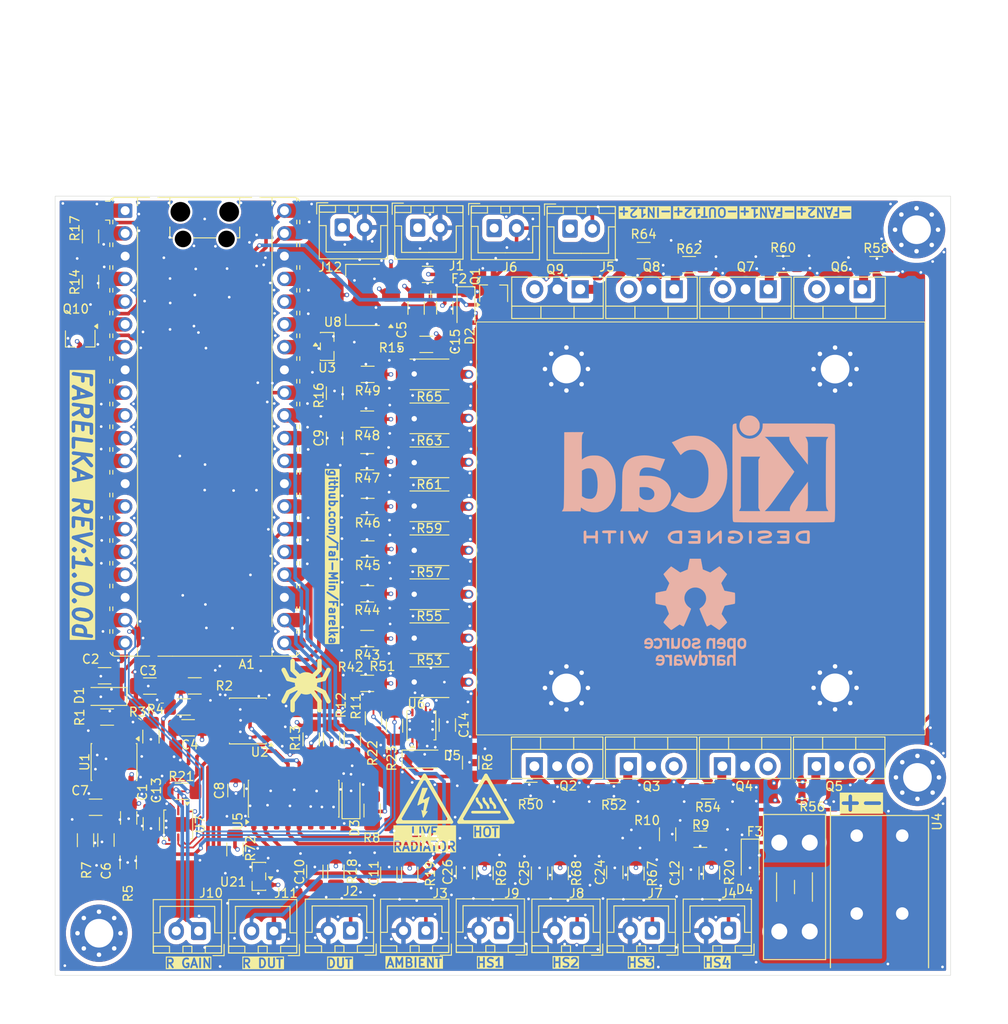
<source format=kicad_pcb>
(kicad_pcb (version 20241229) (generator "pcbnew") (generator_version "9.0")
  (title_block (title "${TITLE}") (rev "${REVISION}"))
  (layers (0 "F.Cu" signal) (4 "In1.Cu" signal) (6 "In2.Cu" signal) (2 "B.Cu" signal) (13 "F.Paste" user) (15 "B.Paste" user) (5 "F.SilkS" user "F.Silkscreen") (7 "B.SilkS" user "B.Silkscreen") (1 "F.Mask" user) (3 "B.Mask" user) (25 "Edge.Cuts" user))
  (property "REVISION" "1.0.0d")
  (property "TITLE" "FARELKA")
  (net 0 "")
  (net 1 "/MUX_S2")
  (net 2 "/LOAD_FEEDBACK")
  (net 3 "/MUX_S0")
  (net 4 "GND")
  (net 6 "/MUX_A")
  (net 7 "+5V")
  (net 8 "/MUX_S1")
  (net 10 "/HEATSINK_FAN_CTRL")
  (net 14 "/LOAD_CTRL")
  (net 16 "Net-(A1-ADC_VREF)")
  (net 17 "+3.3V")
  (net 18 "Net-(U1B-+)")
  (net 19 "+12V")
  (net 22 "Net-(J5-Pin_2)")
  (net 23 "Net-(Q1-G)")
  (net 24 "Net-(Q2-G)")
  (net 25 "Net-(Q3-G)")
  (net 26 "Net-(Q4-G)")
  (net 27 "Net-(Q5-G)")
  (net 28 "Net-(U1A--)")
  (net 29 "Net-(U1A-+)")
  (net 30 "Net-(U1B--)")
  (net 31 "Net-(U5-A)")
  (net 36 "Net-(Q2-S)")
  (net 37 "Net-(Q3-S)")
  (net 38 "Net-(Q4-S)")
  (net 39 "Net-(Q6-S)")
  (net 40 "Net-(Q6-G)")
  (net 41 "Net-(Q7-S)")
  (net 42 "Net-(Q7-G)")
  (net 43 "Net-(Q8-S)")
  (net 44 "Net-(Q8-G)")
  (net 45 "Net-(Q9-G)")
  (net 46 "Net-(Q9-S)")
  (net 47 "/load/LOAD_CTRL")
  (net 48 "/load/LOAD_FEEDBACK")
  (net 49 "/DUT_SENSE")
  (net 50 "Net-(C6-Pad2)")
  (net 51 "Net-(F3-Pad2)")
  (net 52 "Net-(Q5-S)")
  (net 53 "Net-(U5-A3)")
  (net 54 "/NTC_DUT")
  (net 58 "/NTC_AMBIENT")
  (net 59 "/NTC_HEATSINK_4")
  (net 60 "Net-(U7-EXT_CAP)")
  (net 61 "Net-(U6-EXT_CAP)")
  (net 62 "/NTC_HEATSINK_3")
  (net 63 "/NTC_HEATSINK_2")
  (net 64 "/NTC_HEATSINK_1")
  (net 65 "/LOAD")
  (net 66 "/DUT_SENSE_PRECISE")
  (net 68 "/DIGIPOT_SDA")
  (net 69 "/DIGIPOT_SCL")
  (net 70 "+3V0")
  (net 94 "Net-(A1-VBUS)")
  (net 95 "Net-(A1-VSYS)")
  (net 96 "/RG2")
  (net 97 "/RG1")
  (net 98 "Net-(J12-Pin_1)")
  (footprint "Capacitor_SMD:C_1206_3216Metric_Pad1.33x1.80mm_HandSolder" (layer "F.Cu") (at 137.2625 120.0125 -90)
    (property "Reference" "C11")
    (property "Value" "1u")
  )
  (footprint "Diode_SMD:D_SOD-123" (layer "F.Cu") (at 133.04 111.55 90)
    (property "Reference" "D3")
    (property "Value" "3V")
  )
  (footprint "Resistor_SMD:R_1206_3216Metric_Pad1.30x1.75mm_HandSolder" (layer "F.Cu") (at 115.59 99.08 180)
    (property "Reference" "R2")
    (property "Value" "3.3K")
  )
  (footprint "Connector_JST:JST_XH_B2B-XH-A_1x02_P2.50mm_Vertical" (layer "F.Cu") (at 124.43 126.45 180)
    (property "Reference" "J11")
    (property "Value" "Calib divider")
  )
  (footprint "Connector_JST:JST_XH_B2B-XH-A_1x02_P2.50mm_Vertical" (layer "F.Cu") (at 133 126.4 180)
    (property "Reference" "J2")
    (property "Value" "NTC DUT")
  )
  (footprint "Resistor_SMD:R_1206_3216Metric_Pad1.30x1.75mm_HandSolder" (layer "F.Cu") (at 131.35 119.8 -90)
    (property "Reference" "R18")
    (property "Value" "51K")
  )
  (footprint "Resistor_SMD:R_1206_3216Metric_Pad1.30x1.75mm_HandSolder" (layer "F.Cu") (at 134.85 74.05 180)
    (property "Reference" "R47")
    (property "Value" "1K 1%")
  )
  (footprint "Capacitor_SMD:C_1206_3216Metric_Pad1.33x1.80mm_HandSolder" (layer "F.Cu") (at 110.58 99.1)
    (property "Reference" "C3")
    (property "Value" "1u")
  )
  (footprint "Capacitor_SMD:C_1206_3216Metric_Pad1.33x1.80mm_HandSolder" (layer "F.Cu") (at 131.2 66.4 -90)
    (property "Reference" "C9")
    (property "Value" "1u")
  )
  (footprint "Resistor_SMD:R_1206_3216Metric_Pad1.30x1.75mm_HandSolder" (layer "F.Cu") (at 134.9 83.8 180)
    (property "Reference" "R45")
    (property "Value" "1K 1%")
  )
  (footprint "Package_TO_SOT_THT:TO-220-3_Vertical" (layer "F.Cu") (at 174.52 108.05)
    (property "Reference" "Q4")
    (property "Value" "IRL540NPBF")
  )
  (footprint "Resistor_SMD:R_1206_3216Metric_Pad1.30x1.75mm_HandSolder" (layer "F.Cu") (at 168.4 115.65 -90)
    (property "Reference" "R10")
    (property "Value" "1.4K 1%")
  )
  (footprint "Package_TO_SOT_THT:TO-220-3_Vertical" (layer "F.Cu") (at 179.64 54.8 180)
    (property "Reference" "Q7")
    (property "Value" "IRL540NPBF")
  )
  (footprint "Connector_JST:JST_XH_B2B-XH-A_1x02_P2.50mm_Vertical" (layer "F.Cu") (at 175.2 126.4 180)
    (property "Reference" "J4")
    (property "Value" "NTC Heatsink")
  )
  (footprint "Resistor_SMD:R_1206_3216Metric_Pad1.30x1.75mm_HandSolder" (layer "F.Cu") (at 131.2 71.45 90)
    (property "Reference" "R16")
    (property "Value" "3K")
  )
  (footprint "Resistor_SMD:R_1206_3216Metric_Pad1.30x1.75mm_HandSolder" (layer "F.Cu") (at 181.3 52)
    (property "Reference" "R60")
    (property "Value" "51R")
  )
  (footprint "Capacitor_SMD:C_1206_3216Metric_Pad1.33x1.80mm_HandSolder" (layer "F.Cu") (at 140.31 56.89 -90)
    (property "Reference" "C5")
    (property "Value" "22u")
  )
  (footprint "Capacitor_SMD:C_1206_3216Metric_Pad1.33x1.80mm_HandSolder" (layer "F.Cu") (at 171 119.9875 -90)
    (property "Reference" "C12")
    (property "Value" "1u")
  )
  (footprint "Diode_SMD:D_SOD-123" (layer "F.Cu") (at 177.62 118.55 -90)
    (property "Reference" "D4")
    (property "Value" "25V")
  )
  (footprint "Resistor_SMD:R_1206_3216Metric_Pad1.30x1.75mm_HandSolder" (layer "F.Cu") (at 148 120 -90)
    (property "Reference" "R69")
    (property "Value" "51K")
  )
  (footprint "MountingHole:MountingHole_3.2mm_M3_Pad_Via" (layer "F.Cu") (at 196.3 109.3)
    (property "Reference" "H3" (hide yes))
    (property "Value" "MountingHole")
  )
  (footprint "Capacitor_SMD:C_1206_3216Metric_Pad1.33x1.80mm_HandSolder" (layer "F.Cu") (at 162.5 119.9 -90)
    (property "Reference" "C24")
    (property "Value" "1u")
  )
  (footprint "Resistor_SMD:R_1206_3216Metric_Pad1.30x1.75mm_HandSolder" (layer "F.Cu") (at 134.9 79.05 180)
    (property "Reference" "R46")
    (property "Value" "1K 1%")
  )
  (footprint "Resistor_SMD:R_1206_3216Metric_Pad1.30x1.75mm_HandSolder" (layer "F.Cu") (at 134.85 88.8 180)
    (property "Reference" "R44")
    (property "Value" "1K 1%")
  )
  (footprint "Resistor_SMD:R_1206_3216Metric_Pad1.30x1.75mm_HandSolder" (layer "F.Cu") (at 128.59 105.05 90)
    (property "Reference" "R13")
    (property "Value" "10K")
  )
  (footprint "Package_TO_SOT_THT:TO-220-3_Vertical" (layer "F.Cu") (at 185.02 108.05)
    (property "Reference" "Q5")
    (property "Value" "IRL540NPBF")
  )
  (footprint "Capacitor_SMD:C_1206_3216Metric_Pad1.33x1.80mm_HandSolder" (layer "F.Cu") (at 105.6725 116.29 -90)
    (property "Reference" "C6")
    (property "Value" "TDB")
  )
  (footprint "Resistor_SMD:R_1206_3216Metric_Pad1.30x1.75mm_HandSolder" (layer "F.Cu") (at 153.1 110.75 180)
    (property "Reference" "R50")
    (property "Value" "51R")
  )
  (footprint "Resistor_SMD:R_1206_3216Metric_Pad1.30x1.75mm_HandSolder" (layer "F.Cu") (at 114.12 110.85 180)
    (property "Reference" "R21")
    (property "Value" "TBD")
  )
  (footprint "Resistor_SMD:R_1206_3216Metric_Pad1.30x1.75mm_HandSolder" (layer "F.Cu") (at 135.55 102.7 90)
    (property "Reference" "R22")
    (property "Value" "4.7K")
  )
  (footprint "Capacitor_SMD:C_1206_3216Metric_Pad1.33x1.80mm_HandSolder" (layer "F.Cu") (at 143.8 103.45 -90)
    (property "Reference" "C14")
    (property "Value" "100n")
  )
  (footprint "Resistor_SMD:R_1206_3216Metric_Pad1.30x1.75mm_HandSolder" (layer "F.Cu") (at 134.85 69.3 180)
    (property "Reference" "R48")
    (property "Value" "1K 1%")
  )
  (footprint "Package_TO_SOT_SMD:SOT-23" (layer "F.Cu") (at 122.75625 120.35 180)
    (property "Reference" "U21")
    (property "Value" "LM4040B30FTA")
  )
  (footprint "Capacitor_SMD:C_1206_3216Metric_Pad1.33x1.80mm_HandSolder" (layer "F.Cu") (at 143.51 56.86 90)
    (property "Reference" "C15")
    (property "Value" "1u 50V")
  )
  (footprint "Diode_SMD:D_SOD-123" (layer "F.Cu") (at 141.1 107.25)
    (property "Reference" "D5")
    (property "Value" "3V")
  )
  (footprint "Resistor_SMD:R_1206_3216Metric_Pad1.30x1.75mm_HandSolder" (layer "F.Cu") (at 139.6 120.05 -90)
    (property "Reference" "R19")
    (property "Value" "51K")
  )
  (footprint "Resistor_SMD:R_1206_3216Metric_Pad1.30x1.75mm_HandSolder" (layer "F.Cu") (at 156.4 120 -90)
    (property "Reference" "R68")
    (property "Value" "51K")
  )
  (footprint "Resistor_SMD:R_1206_3216Metric_Pad1.30x1.75mm_HandSolder" (layer "F.Cu") (at 170.8 52.05)
    (property "Reference" "R62")
    (property "Value" "51R")
  )
  (footprint "MountingHole:MountingHole_3.2mm_M3_Pad_Via" (layer "F.Cu") (at 104.897056 126.697056)
    (property "Reference" "H4" (hide yes))
    (property "Value" "MountingHole")
  )
  (footprint "Library:PHOENIX_1017503" (layer "F.Cu") (at 186.58 131.55)
    (property "Reference" "U4")
    (property "Value" "PHOENIX_1017503")
  )
  (footprint "Resistor_SMD:R_1206_3216Metric_Pad1.30x1.75mm_HandSolder" (layer "F.Cu") (at 183.4 110.75 180)
    (property "Reference" "R56")
    (property "Value" "51R")
  )
  (footprint "Resistor_SMD:R_1206_3216Metric_Pad1.30x1.75mm_HandSolder" (layer "F.Cu") (at 146.4 107.65 90)
    (property "Reference" "R6")
    (property "Value" "8.06K")
  )
  (footprint "Connector_JST:JST_XH_B2B-XH-A_1x02_P2.50mm_Vertical" (layer "F.Cu") (at 140.49 47.93)
    (property "Reference" "J1")
    (property "Value" "12V optional")
  )
  (footprint "Resistor_SMD:R_1206_3216Metric_Pad1.30x1.75mm_HandSolder" (layer "F.Cu") (at 114.38 101.43 180)
    (property "Reference" "R4")
    (property "Value" "1K 1%")
  )
  (footprint "Package_TO_SOT_SMD:SOT-23" (layer "F.Cu") (at 130.38 61.18)
    (property "Reference" "U3")
    (property "Value" "LM4040B30FTA")
  )
  (footprint "Resistor_SMD:R_1206_3216Metric_Pad1.30x1.75mm_HandSolder" (layer "F.Cu") (at 133.19 105.05 90)
    (property "Reference" "R11")
    (property "Value" "10K")
  )
  (footprint "Resistor_SMD:R_1206_3216Metric_Pad1.30x1.75mm_HandSolder" (layer "F.Cu") (at 120.08 117.34 90)
    (property "Reference" "R72")
    (property "Value" "200R")
  )
  (footprint "Capacitor_SMD:C_1206_3216Metric_Pad1.33x1.80mm_HandSolder" (layer "F.Cu") (at 120.19 110.7625 90)
    (property "Reference" "C8")
    (property "Value" "100n")
  )
  (footprint "Package_TO_SOT_SMD:SOT-223-3_TabPin2" (layer "F.Cu") (at 134.36 55.43 180)
    (property "Reference" "U8")
    (property "Value" "AMS1117-5.0")
  )
  (footprint "Package_TO_SOT_SMD:TSOT-23_HandSoldering" (layer "F.Cu") (at 148.97 55.27 90)
    (property "Reference" "Q1")
    (property "Value" "DMN2056U")
  )
  (footprint "Symbol:Symbol_HighVoltage_Triangle_6x6mm_Copper" (layer "F.Cu") (at 148.11 111.68)
    (property "Reference" "REF**" (hide yes))
    (property "Value" "Symbol_HighVoltage_Triangle_6x6mm_Copper" (hide yes))
  )
  (footprint "Resistor_SMD:R_1206_3216Metric_Pad1.30x1.75mm_HandSolder" (layer "F.Cu") (at 172.05 116.2)
    (property "Reference" "R9")
    (property "Value" "10K 1%")
  )
  (footprint "Resistor_SMD:R_2512_6332Metric_Pad1.40x3.35mm_HandSolder" (layer "F.Cu") (at 141.8 98.67 180)
    (property "Reference" "R51")
    (property "Value" "0.25R 3W 1%")
  )
  (footprint "Connector_JST:JST_XH_B2B-XH-A_1x02_P2.50mm_Vertical" (layer "F.Cu") (at 166.7 126.4 180)
    (property "Reference" "J7")
    (property "Value" "NTC Heatsink")
  )
  (footprint "Capacitor_SMD:C_1206_3216Metric_Pad1.33x1.80mm_HandSolder" (layer "F.Cu") (at 114.8475 103.76)
    (property "Reference" "C4")
    (property "Value" "100n")
  )
  (footprint "Package_SO:SOIC-8_3.9x4.9mm_P1.27mm" (layer "F.Cu") (at 121.525 103 180)
    (property "Reference" "U2")
    (property "Value" "AD620")
  )
  (footprint "Diode_SMD:D_SOD-123" (layer "F.Cu") (at 105.65 100.26 180)
    (property "Reference" "D1")
    (property "Value" "3V")
  )
  (footprint "Resistor_SMD:R_1206_3216Metric_Pad1.30x1.75mm_HandSolder" (layer "F.Cu") (at 135.4 113 -90)
    (property "Reference" "R8")
    (property "Value" "1K")
  )
  (footprint "Package_TO_SOT_THT:TO-220-3_Vertical" (layer "F.Cu") (at 153.52 108.05)
    (property "Reference" "Q2")
    (property "Value" "IRL540NPBF")
  )
  (footprint "Resistor_SMD:R_2512_6332Metric_Pad1.40x3.35mm_HandSolder" (layer "F.Cu") (at 141.8 93.76 180)
    (property "Reference" "R53")
    (property "Value" "0.25R 3W 1%")
  )
  (footprint "Resistor_SMD:R_1206_3216Metric_Pad1.30x1.75mm_HandSolder" (layer "F.Cu") (at 165.72 50.48)
    (property "Reference" "R64")
    (property "Value" "51R")
  )
  (footprint "Resistor_SMD:R_1206_3216Metric_Pad1.30x1.75mm_HandSolder" (layer "F.Cu") (at 108.16 118.78 90)
    (property "Reference" "R5")
    (property "Value" "10K")
  )
  (footprint "Resistor_SMD:R_1206_3216Metric_Pad1.30x1.75mm_HandSolder" (layer "F.Cu") (at 134.85 93.8 180)
    (property "Reference" "R43")
    (property "Value" "1K 1%")
  )
  (footprint "Package_CSP:LFCSP-WD-10-1EP_3x3mm_P0.5mm_EP1.64x2.38mm" (layer "F.Cu") (at 113.75 114.5475 -90)
    (property "Reference" "U7")
    (property "Value" "AD5272BCP")
  )
  (footprint "Resistor_SMD:R_2512_6332Metric_Pad1.40x3.35mm_HandSolder" (layer "F.Cu") (at 141.8 83.94 180)
    (property "Reference" "R57")
    (property "Value" "0.25R 3W 1%")
  )
  (footprint "Resistor_SMD:R_1206_3216Metric_Pad1.30x1.75mm_HandSolder" (layer "F.Cu") (at 103.3925 116.31 -90)
    (property "Reference" "R7")
    (property "Value" "TBD")
  )
  (footprint "Resistor_SMD:R_1206_3216Metric_Pad1.30x1.75mm_HandSolder" (layer "F.Cu") (at 172.9 110.8 180)
    (property "Reference" "R54")
    (property "Value" "51R")
  )
  (footprint "Resistor_SMD:R_1206_3216Metric_Pad1.30x1.75mm_HandSolder" (layer "F.Cu") (at 173.3 119.95 -90)
    (property "Reference" "R20")
    (property "Value" "51K")
  )
  (footprint "Capacitor_SMD:C_1206_3216Metric_Pad1.33x1.80mm_HandSolder" (layer "F.Cu") (at 129 119.8 -90)
    (property "Reference" "C10")
    (property "Value" "1u")
  )
  (footprint "Resistor_SMD:R_1206_3216Metric_Pad1.30x1.75mm_HandSolder" (layer "F.Cu") (at 103.95 48.9 90)
    (property "Reference" "R17")
    (property "Value" "51R")
  )
  (footprint "Resistor_SMD:R_1206_3216Metric_Pad1.30x1.75mm_HandSolder" (layer "F.Cu") (at 162.4 110.8 180)
    (property "Reference" "R52")
    (property "Value" "51R")
  )
  (footprint "Resistor_SMD:R_2512_6332Metric_Pad1.40x3.35mm_HandSolder" (layer "F.Cu") (at 141.8 64.3 180)
    (property "Reference" "R65")
    (property "Value" "0.25R 3W 1%")
  )
  (footprint "Connector_JST:JST_XH_B2B-XH-A_1x02_P2.50mm_Vertical" (layer "F.Cu") (at 149.03 47.975)
    (property "Reference" "J6")
    (property "Value" "Fan2")
  )
  (footprint "Capacitor_SMD:C_1206_3216Metric_Pad1.33x1.80mm_HandSolder" (layer "F.Cu") (at 108.21 113.8225 90)
    (property "Reference" "C1")
    (property "Value" "100n")
  )
  (footprint "Package_TO_SOT_THT:TO-220-3_Vertical" (layer "F.Cu") (at 164.02 108.05)
    (property "Reference" "Q3")
    (property "Value" "IRL540NPBF")
  )
  (footprint "Module:RaspberryPi_Pico_Common_Unspecified" (layer "F.Cu") (at 116.71 70.15)
    (property "Reference" "A1")
    (property "Value" "RaspberryPi_Pico")
  )
  (footprint "Symbol:Symbol_HighVoltage_Triangle_6x6mm_Copper" (layer "F.Cu") (at 141.25 111.68)
    (property "Reference" "REF**" (hide yes))
    (property "Value" "Symbol_HighVoltage_Triangle_6x6mm_Copper" (hide yes))
  )
  (footprint "Capacitor_SMD:C_1206_3216Metric_Pad1.33x1.80mm_HandSolder" (layer "F.Cu") (at 145.7 119.9 -90)
    (property "Reference" "C26")
    (property "Value" "1u")
  )
  (footprint "Resistor_SMD:R_1206_3216Metric_Pad1.30x1.75mm_HandSolder" (layer "F.Cu") (at 164.8625 120.05 -90)
    (property "Reference" "R67")
    (property "Value" "51K")
  )
  (footprint "Connector_JST:JST_XH_B2B-XH-A_1x02_P2.50mm_Vertical" (layer "F.Cu") (at 149.85 126.375 180)
    (property "Reference" "J9")
    (property "Value" "NTC Heatsink")
  )
  (footprint "MountingHole:MountingHole_3.2mm_M3_Pad_Via" (layer "F.Cu") (at 196.2 48.15)
    (property "Reference" "H1" (hide yes))
    (property "Value" "MountingHole")
  )
  (footprint "Resistor_SMD:R_1206_3216Metric_Pad1.30x1.75mm_HandSolder" (layer "F.Cu") (at 141.45 60.95)
    (property "Reference" "R15")
    (property "Value" "10K")
  )
  (footprint "Package_SO:SOIC-8_3.9x4.9mm_P1.27mm" (layer "F.Cu") (at 106.575 107.585 -90)
    (property "Reference" "U1")
    (property "Value" "LM358")
  )
  (footprint "Fuse:Fuseholder_Blade_Mini_Keystone_3568" (layer "F.Cu") (at 184.27 116.58 -90)
    (property "Reference" "F3")
    (property "Value" "Keystone 3568")
  )
  (footprint "Connector_JST:JST_XH_B2B-XH-A_1x02_P2.50mm_Vertical" (layer "F.Cu") (at 141.4 126.4 180)
    (property "Reference" "J3")
    (property "Value" "NTC Ambient")
  )
  (footprint "Fuse:Fuse_1206_3216Metric_Pad1.42x1.75mm_HandSolder" (layer "F.Cu") (at 141.6 53.14)
    (property "Reference" "F2")
    (property "Value" "BORN SMD1206-100/06N")
  )
  (footprint "Resistor_SMD:R_1206_3216Metric_Pad1.30x1.75mm_HandSolder" (layer "F.Cu") (at 130.88 105.05 90)
    (property "Reference" "R12")
    (property "Value" "10K")
  )
  (footprint "Resistor_SMD:R_2512_6332Metric_Pad1.40x3.35mm_HandSolder" (layer "F.Cu") (at 141.8 88.85 180)
    (property "Reference" "R55")
    (property "Value" "0.25R 3W 1%")
  )
  (footprint "Capacitor_SMD:C_1206_3216Metric_Pad1.33x1.80mm_HandSolder" (layer "F.Cu") (at 154.1 120 -90)
    (property "Reference" "C25")
    (property "Value" "1u")
  )
  (footprint "Package_TO_SOT_THT:TO-220-3_Vertical" (layer "F.Cu") (at 158.64 54.8 180)
    (property "Reference" "Q9")
    (property "Value" "IRL540NPBF")
  )
  (footprint "Resistor_SMD:R_1206_3216Metric_Pad1.30x1.75mm_HandSolder" (layer "F.Cu") (at 137.9 103.53 90)
    (property "Reference" "R23")
    (property "Value" "4.7K")
  )
  (footprint "Capacitor_SMD:C_1206_3216Metric_Pad1.33x1.80mm_HandSolder" (layer "F.Cu") (at 104.52 112.63 180)
    (property "Reference" "C7")
    (property "Value" "TDB")
  )
  (footprint "Resistor_SMD:R_1206_3216Metric_Pad1.30x1.75mm_HandSolder" (layer "F.Cu") (at 134.85 98.8 180)
    (property "Reference" "R42")
    (property "Value" "1K 1%")
  )
  (footprint "Connector_JST:JST_XH_B2B-XH-A_1x02_P2.50mm_Vertical" (layer "F.Cu") (at 116.02 126.45 180)
    (property "Reference" "J10")
    (property "Value" "Calib gain")
  )
  (footprint "Resistor_SMD:R_2512_6332Metric_Pad1.40x3.35mm_HandSolder" (layer "F.Cu") (at 141.8 74.12 180)
    (property "Reference" "R61")
    (property "Value" "0.25R 3W 1%")
  )
  (footprint "Capacitor_SMD:C_1206_3216Metric_Pad1.33x1.80mm_HandSolder" (layer "F.Cu") (at 110.74 114.4875 90)
    (property "Reference" "C13")
    (property "Value" "100n")
  )
  (footprint "Connector_JST:JST_XH_B2B-XH-A_1x02_P2.50mm_Vertical" (layer "F.Cu") (at 158.3 126.4 180)
    (property "Reference" "J8")
    (property "Value" "NTC Heatsink")
  )
  (footprint "Package_CSP:LFCSP-WD-10-1EP_3x3mm_P0.5mm_EP1.64x2.38mm" (layer "F.Cu") (at 140.9 103.5025 90)
    (property "Reference" "U6")
    (property "Value" "AD5272BCP")
  )
  (footprint "Resistor_SMD:R_1206_3216Metric_Pad1.30x1.75mm_HandSolder" (layer "F.Cu") (at 103.95 53.95 -90)
    (property "Reference" "R14")
    (property "Value" "10K")
  )
  (footprint "Package_SO:SOIC-16_3.9x9.9mm_P1.27mm" (layer "F.Cu") (at 126.635 111.675 90)
    (property "Reference" "U5")
    (property "Value" "74HC4051")
  )
  (footprint "Package_TO_SOT_THT:TO-220-3_Vertical" (layer "F.Cu") (at 169.14 54.8 180)
    (property "Reference" "Q8")
    (property "Value" "IRL540NPBF")
  )
  (footprint "Package_TO_SOT_SMD:SC-59_Handsoldering" (layer "F.Cu") (at 102.8 60.29 -90)
    (property "Reference" "Q10")
    (property "Value" "DMG2305UX-7")
  )
  (footprint "Resistor_SMD:R_1206_3216Metric_Pad1.30x1.75mm_HandSolder" (layer "F.Cu") (at 110.7 104.74 90)
    (property "Reference" "R3")
    (property "Value" "10K 1%")
  )
  (footprint "Resistor_SMD:R_1206_3216Metric_Pad1.30x1.75mm_HandSolder" (layer "F.Cu") (at 134.9 64.3 180)
    (property "Reference" "R49")
    (property "Value" "1K 1%")
  )
  (footprint "Resistor_SMD:R_2512_6332Metric_Pad1.40x3.35mm_HandSolder" (layer "F.Cu") (at 141.8 79.03 180)
    (property "Reference" "R59")
    (property "Value" "0.25R 3W 1%")
  )
  (footprint "Package_TO_SOT_THT:TO-220-3_Vertical" (layer "F.Cu") (at 190.14 54.8 180)
    (property "Reference" "Q6")
    (property "Value" "IRL540NPBF")
  )
  (footprint "Capacitor_SMD:C_1206_3216Metric_Pad1.33x1.80mm_HandSolder" (layer "F.Cu") (at 105.5175 97.95)
    (property "Reference" "C2")
    (property "Value" "1u")
  )
  (footprint "Connector_JST:JST_XH_B2B-XH-A_1x02_P2.50mm_Vertical" (layer "F.Cu") (at 157.5 48.03)
    (property "Reference" "J5")
    (property "Value" "Fan1")
  )
  (footprint "Library:Heatsink" (layer "F.Cu") (at 172.15 107.95 180)
    (property "Reference" "HS1" (hide yes))
    (property "Value" "SK68 50mm Fischer TO220")
  )
  (footprint "Diode_SMD:D_SOD-123" (layer "F.Cu") (at 145.88 56.87 -90)
    (property "Reference" "D2")
    (property "Value" "13V")
  )
  (footprint "Resistor_SMD:R_2512_6332Metric_Pad1.40x3.35mm_HandSolder" (layer "F.Cu") (at 141.8 69.21 180)
    (property "Reference" "R63")
    (property "Value" "0.25R 3W 1%")
  )
  (footprint "Resistor_SMD:R_1206_3216Metric_Pad1.30x1.75mm_HandSolder" (layer "F.Cu") (at 105.8 102.56 180)
    (property "Reference" "R1")
    (property "Value" "3.3K")
  )
  (footprint "Resistor_SMD:R_1206_3216Metric_Pad1.30x1.75mm_HandSolder" (layer "F.Cu") (at 191.7 52.05)
    (property "Reference" "R58")
    (property "Value" "51R")
  )
  (footprint "Connector_JST:JST_XH_B2B-XH-A_1x02_P2.50mm_Vertical" (layer "F.Cu") (at 132.06 47.89)
    (property "Reference" "J12")
    (property "Value" "12V in")
  )
  (footprint "Symbol:KiCad-Logo2_12mm_SilkScreen" (layer "B.Cu") (at 171.864893 74.817106 180)
    (property "Reference" "REF**" (hide yes))
    (property "Value" "KiCad-Logo2_12mm_SilkScreen" (hide yes))
  )
  (footprint "Symbol:OSHW-Logo_11.4x12mm_SilkScreen" (layer "B.Cu") (at 171.5 90.85 180)
    (property "Reference" "REF**" (hide yes))
    (property "Value" "OSHW-Logo_11.4x12mm_SilkScreen" (hide yes))
  )
  (gr_line (start 111.8 101) (end 112.1 101) (stroke (width 0.1)) (layer "F.SilkS"))
  (gr_line (start 128.02 98.8) (end 126.02 98.3) (stroke (width 0.5)) (layer "F.SilkS"))
  (gr_line (start 128.02 98.8) (end 126.52 97.3) (stroke (width 0.5)) (layer "F.SilkS"))
  (gr_line (start 128.02 98.8) (end 126.52 100.8) (stroke (width 0.5)) (layer "F.SilkS"))
  (gr_line (start 128.02 98.8) (end 129.52 100.8) (stroke (width 0.5)) (layer "F.SilkS"))
  (gr_line (start 126.02 98.3) (end 125.52 97.3) (stroke (width 0.5)) (layer "F.SilkS"))
  (gr_line (start 129.52 97.3) (end 129.52 96.3) (stroke (width 0.5)) (layer "F.SilkS"))
  (gr_line (start 130.02 98.3) (end 130.52 97.3) (stroke (width 0.5)) (layer "F.SilkS"))
  (gr_line (start 128.02 98.8) (end 130.02 98.3) (stroke (width 0.5)) (layer "F.SilkS"))
  (gr_line (start 126.02 99.8) (end 125.52 100.8) (stroke (width 0.5)) (layer "F.SilkS"))
  (gr_line (start 126.52 97.3) (end 126.52 96.3) (stroke (width 0.5)) (layer "F.SilkS"))
  (gr_line (start 126.52 100.8) (end 126.52 101.8) (stroke (width 0.5)) (layer "F.SilkS"))
  (gr_line (start 129.52 100.8) (end 129.52 101.8) (stroke (width 0.5)) (layer "F.SilkS"))
  (gr_circle (center 128.02 98.8) (end 128.02 97.8) (stroke (width 0.5)) (fill yes) (layer "F.SilkS"))
  (gr_line (start 128.02 98.8) (end 126.02 99.8) (stroke (width 0.5)) (layer "F.SilkS"))
  (gr_line (start 109.3 102.7) (end 109.6 102.9) (stroke (width 0.1)) (layer "F.SilkS"))
  (gr_line (start 128.02 98.8) (end 129.52 97.3) (stroke (width 0.5)) (layer "F.SilkS"))
  (gr_line (start 128.02 98.8) (end 130.02 99.8) (stroke (width 0.5)) (layer "F.SilkS"))
  (gr_line (start 130.02 99.8) (end 130.52 100.8) (stroke (width 0.5)) (layer "F.SilkS"))
  (gr_rect (start 100 44.4) (end 200 131.4) (stroke (width 0.05)) (fill no) (layer "Edge.Cuts"))
  (gr_text "-IN12+" (at 165.85 45.6 180) (layer "F.SilkS" knockout) (effects (font (size 1 1) (thickness 0.2) (bold yes)) (justify bottom)))
  (gr_text "R GAIN" (at 114.9 130.05 0) (layer "F.SilkS" knockout) (effects (font (size 1 1) (thickness 0.2) (bold yes))))
  (gr_text "-FAN1+" (at 179.49 45.6 180) (layer "F.SilkS" knockout) (effects (font (size 1 1) (thickness 0.2) (bold yes)) (justify bottom)))
  (gr_text "HS1" (at 148.55 130 0) (layer "F.SilkS" knockout) (effects (font (size 1 1) (thickness 0.2) (bold yes))))
  (gr_text "HOT" (at 148.1 116 0) (layer "F.SilkS" knockout) (effects (font (size 1 1) (thickness 0.2) (bold yes)) (justify bottom)))
  (gr_text "AMBIENT" (at 140.1 130 0) (layer "F.SilkS" knockout) (effects (font (size 1 1) (thickness 0.2) (bold yes))))
  (gr_text "HS4" (at 173.9 130 0) (layer "F.SilkS" knockout) (effects (font (size 1 1) (thickness 0.2) (bold yes))))
  (gr_text "LIVE\nRADIATOR" (at 141.25 117.6 0) (layer "F.SilkS" knockout) (effects (font (size 1 1) (thickness 0.2) (bold yes)) (justify bottom)))
  (gr_text "+" (at 141.27 55.86 0) (layer "F.SilkS") (effects (font (size 1 1) (thickness 0.1)) (justify left bottom)))
  (gr_text "-OUT12+" (at 172.6 45.6 180) (layer "F.SilkS" knockout) (effects (font (size 1 1) (thickness 0.2) (bold yes)) (justify bottom)))
  (gr_text "-FAN2+" (at 185.85 45.6 180) (layer "F.SilkS" knockout) (effects (font (size 1 1) (thickness 0.2) (bold yes)) (justify bottom)))
  (gr_text "HS3" (at 165.4 130 0) (layer "F.SilkS" knockout) (effects (font (size 1 1) (thickness 0.2) (bold yes))))
  (gr_text "github.com/Tai-Min/Farelka" (at 130.5 74.75 270) (layer "F.SilkS" knockout) (effects (font (size 0.9 0.9) (thickness 0.2) (bold yes)) (justify left bottom)))
  (gr_text "DUT" (at 131.75 130.05 0) (layer "F.SilkS" knockout) (effects (font (size 1 1) (thickness 0.2) (bold yes))))
  (gr_text "+-" (at 187.3 113.2 0) (layer "F.SilkS" knockout) (effects (font (size 2 2) (thickness 0.4) (bold yes)) (justify left bottom)))
  (gr_text "FARELKA REV:${REVISION}" (at 101.78 63.5 270) (layer "F.SilkS" knockout) (effects (font (size 2 2) (thickness 0.4) (bold yes) (italic yes)) (justify left bottom)))
  (gr_text "HS2" (at 157 130 0) (layer "F.SilkS" knockout) (effects (font (size 1 1) (thickness 0.2) (bold yes))))
  (gr_text "R DUT" (at 123.16 130.05 0) (layer "F.SilkS" knockout) (effects (font (size 1 1) (thickness 0.2) (bold yes))))
  (segment (start 133.19 106.6) (end 133.19 105.68) (width 0.4) (layer "F.Cu") (net 1))
  (segment (start 133.19 105.68) (end 132.88 105.37) (width 0.4) (layer "F.Cu") (net 1))
  (segment (start 131.08 109.2) (end 131.08 108.11) (width 0.4) (layer "F.Cu") (net 1))
  (segment (start 131.49 107.7) (end 132.09 107.7) (width 0.4) (layer "F.Cu") (net 1))
  (segment (start 133.1 106.51) (end 133.19 106.6) (width 0.4) (layer "F.Cu") (net 1))
  (segment (start 131.08 108.11) (end 131.49 107.7) (width 0.4) (layer "F.Cu") (net 1))
  (segment (start 132.09 107.7) (end 133.19 106.6) (width 0.4) (layer "F.Cu") (net 1))
  (via (at 132.8 105.37) (size 0.5) (drill 0.3) (layers "F.Cu" "B.Cu") (net 1))
  (segment (start 127.5 88.56) (end 127.5 94.078) (width 0.4) (layer "B.Cu") (net 1))
  (segment (start 132.11 105.37) (end 132.8 105.37) (width 0.4) (layer "B.Cu") (net 1))
  (segment (start 130.682 97.26) (end 130.682 103.942) (width 0.4) (layer "B.Cu") (net 1))
  (segment (start 130.682 103.942) (end 132.11 105.37) (width 0.4) (layer "B.Cu") (net 1))
  (segment (start 127.5 94.078) (end 130.682 97.26) (width 0.4) (layer "B.Cu") (net 1))
  (segment (start 132.88 105.37) (end 132.8 105.37) (width 0.4) (layer "B.Cu") (net 1))
  (segment (start 125.6 86.66) (end 127.5 88.56) (width 0.4) (layer "B.Cu") (net 1))
  (segment (start 115.49 74.08) (end 115.49 89.54) (width 0.4) (layer "F.Cu") (net 2))
  (segment (start 115.49 89.54) (end 107.08 97.95) (width 0.4) (layer "F.Cu") (net 2))
  (segment (start 115.49 74.08) (end 123.23 66.34) (width 0.4) (layer "F.Cu") (net 2))
  (segment (start 107.35 98.22) (end 107.08 97.95) (width 0.4) (layer "F.Cu") (net 2))
  (segment (start 123.23 66.34) (end 125.6 66.34) (width 0.4) (layer "F.Cu") (net 2))
  (segment (start 107.35 102.56) (end 107.35 98.22) (width 0.4) (layer "F.Cu") (net 2))
  (segment (start 128.59 106.6) (end 128.59 105.46) (width 0.4) (layer "F.Cu") (net 3))
  (segment (start 128.54 109.2) (end 128.54 106.65) (width 0.4) (layer "F.Cu") (net 3))
  (segment (start 128.54 106.65) (end 128.59 106.6) (width 0.4) (layer "F.Cu") (net 3))
  (via (at 128.6 105.45) (size 0.5) (drill 0.3) (layers "F.Cu" "B.Cu") (net 3))
  (segment (start 125.6 94.28) (end 125.76 94.28) (width 0.4) (layer "B.Cu") (net 3))
  (segment (start 128.59 105.46) (end 128.6 105.45) (width 0.4) (layer "B.Cu") (net 3))
  (segment (start 129.48 104.57) (end 129.48 98) (width 0.4) (layer "B.Cu") (net 3))
  (segment (start 125.76 94.28) (end 129.48 98) (width 0.4) (layer "B.Cu") (net 3))
  (segment (start 128.6 105.45) (end 129.48 104.57) (width 0.4) (layer "B.Cu") (net 3))
  (segment (start 113.25 112.656702) (end 112.833298 112.24) (width 0.2) (layer "F.Cu") (net 4))
  (segment (start 124 103.635) (end 125.685 103.635) (width 0.4) (layer "F.Cu") (net 4))
  (segment (start 125.685 103.635) (end 125.7 103.65) (width 0.4) (layer "F.Cu") (net 4))
  (segment (start 113.285 106.985) (end 113.28 106.99) (width 0.4) (layer "F.Cu") (net 4))
  (segment (start 124 101.095) (end 124 100.2) (width 0.4) (layer "F.Cu") (net 4))
  (segment (start 171 118.425) (end 171 119.6) (width 0.4) (layer "F.Cu") (net 4))
  (segment (start 112.833298 112.24) (end 112.46 112.24) (width 0.2) (layer "F.Cu") (net 4))
  (segment (start 131.2 64.8375) (end 131.2 66.15) (width 0.4) (layer "F.Cu") (net 4))
  (segment (start 124.50625 119.4) (end 124.83625 119.73) (width 0.4) (layer "F.Cu") (net 4))
  (segment (start 141.4 105.65) (end 141.55 105.8) (width 0.2) (layer "F.Cu") (net 4))
  (segment (start 133.04 109.9) (end 134.2 109.9) (width 0.4) (layer "F.Cu") (net 4))
  (segment (start 138.75 93.76) (end 140.09 93.76) (width 1) (layer "F.Cu") (net 4))
  (segment (start 137.2625 119.2625) (end 137.3 119.3) (width 0.4) (layer "F.Cu") (net 4))
  (segment (start 110.7 106.29) (end 110.339949 106.29) (width 0.4) (layer "F.Cu") (net 4))
  (segment (start 113.25 113.1) (end 113.25 112.656702) (width 0.2) (layer "F.Cu") (net 4))
  (segment (start 140.07 79.03) (end 140.1 79) (width 1) (layer "F.Cu") (net 4))
  (segment (start 103.95 55.5) (end 103.95 56.5) (width 0.4) (layer "F.Cu") (net 4))
  (segment (start 142.75 107.25) (end 143.99 107.25) (width 0.2) (layer "F.Cu") (net 4))
  (segment (start 119.05 100.15) (end 119 100.1) (width 0.4) (layer "F.Cu") (net 4))
  (segment (start 109.0175 99.1) (end 110.4 99.1) (width 0.4) (layer "F.Cu") (net 4))
  (segment (start 103.955 97.95) (end 105.05 97.95) (width 0.4) (layer "F.Cu") (net 4))
  (segment (start 110.7 106.29) (end 110.7 105.06) (width 0.4) (layer "F.Cu") (net 4))
  (segment (start 137.51 57.73) (end 138.65 57.73) (width 0.4) (layer "F.Cu") (net 4))
  (segment (start 119.05 101.095) (end 119.05 100.15) (width 0.4) (layer "F.Cu") (net 4))
  (segment (start 140.06 69.21) (end 140.1 69.25) (width 1) (layer "F.Cu") (net 4))
  (segment (start 154.1 118.4375) (end 154.1 119.4) (width 0.4) (layer "F.Cu") (net 4))
  (segment (start 163.175 114.225) (end 163.2 114.2) (width 0.4) (layer "F.Cu") (net 4))
  (segment (start 123.69375 119.4) (end 124.50625 119.4) (width 0.4) (layer "F.Cu") (net 4))
  (segment (start 129.4425 62.13) (end 129.4425 61.4125) (width 0.4) (layer "F.Cu") (net 4))
  (segment (start 141.9 102.055) (end 142.345 102.055) (width 0.2) (layer "F.Cu") (net 4))
  (segment (start 140.09 83.94) (end 140.1 83.95) (width 1) (layer "F.Cu") (net 4))
  (segment (start 131.2 73) (end 131.2 73.65) (width 0.4) (layer "F.Cu") (net 4))
  (segment (start 110.74 115.04) (end 110.7 115) (width 0.4) (layer "F.Cu") (net 4))
  (segment (start 133.04 110.79) (end 133.05 110.8) (width 0.4) (layer "F.Cu") (net 4))
  (segment (start 138.65 57.73) (end 139.5 56.88) (width 0.4) (layer "F.Cu") (net 4))
  (segment (start 104.67 105.11) (end 104.67 106.77) (width 0.4) (layer "F.Cu") (net 4))
  (segment (start 138.75 98.67) (end 140.08 98.67) (width 1) (layer "F.Cu") (net 4))
  (segment (start 129.4425 61.4125) (end 129.44 61.41) (width 0.4) (layer "F.Cu") (net 4))
  (segment (start 162.5 118.3375) (end 162.5 119.4) (width 0.4) (layer "F.Cu") (net 4))
  (segment (start 140.9 104.95) (end 140.9 106.35) (width 0.2) (layer "F.Cu") (net 4))
  (segment (start 134.2 109.9) (end 134.4 110.1) (width 0.4) (layer "F.Cu") (net 4))
  (segment (start 108.16 118.86) (end 108.1 118.8) (width 0.4) (layer "F.Cu") (net 4))
  (segment (start 138.75 64.3) (end 140.05 64.3) (width 1) (layer "F.Cu") (net 4))
  (segment (start 141.4 104.95) (end 141.4 105.65) (width 0.2) (layer "F.Cu") (net 4))
  (segment (start 140.9 106.35) (end 141.27 106.72) (width 0.2) (layer "F.Cu") (net 4))
  (segment (start 112.484999 115.729999) (end 112.149971 115.729999) (width 0.2) (layer "F.Cu") (net 4))
  (segment (start 133.04 109.9) (end 133.04 110.79) (width 0.4) (layer "F.Cu") (net 4))
  (segment (start 142.345 102.055) (end 142.35 102.05) (width 0.2) (layer "F.Cu") (net 4))
  (segment (start 168.4 114.1) (end 169.8 114.1) (width 0.4) (layer "F.Cu") (net 4))
  (segment (start 110.7 105.06) (end 110.69 105.05) (width 0.4) (layer "F.Cu") (net 4))
  (segment (start 131.2 73.65) (end 130.45 74.4) (width 0.4) (layer "F.Cu") (net 4))
  (segment (start 105.06 100.26) (end 105.1 100.3) (width 0.4) (layer "F.Cu") (net 4))
  (segment (start 143.8 101.8875) (end 143.8 103.1) (width 0.4) (layer "F.Cu") (net 4))
  (segment (start 140.07 74.12) (end 140.1 74.15) (width 1) (layer "F.Cu") (net 4))
  (segment (start 127.8375 118.2375) (end 127.4 117.8) (width 0.4) (layer "F.Cu") (net 4))
  (segment (start 112.75 115.995) (end 112.484999 115.729999) (width 0.2) (layer "F.Cu") (net 4))
  (segment (start 143.8 103.1) (end 143.81 103.11) (width 0.4) (layer "F.Cu") (net 4))
  (segment (start 113.285 105.645) (end 113.31 105.67) (width 0.4) (layer "F.Cu") (net 4))
  (segment (start 138.75 83.94) (end 140.09 83.94) (width 1) (layer "F.Cu") (net 4))
  (segment (start 108.21 113.91) (end 108.2 113.9) (width 0.4) (layer "F.Cu") (net 4))
  (segment (start 138.75 79.03) (end 140.07 79.03) (width 1) (layer "F.Cu") (net 4))
  (segment (start 177.62 119.42) (end 177.6 119.4) (width 0.4) (layer "F.Cu") (net 4))
  (segment (start 104.67 106.77) (end 104.7 106.8) (width 0.4) (layer "F.Cu") (net 4))
  (segment (start 120.19 112.325) (end 120.19 111.1) (width 0.4) (layer "F.Cu") (net 4))
  (segment (start 105.05 97.95) (end 105.1 98) (width 0.4) (layer "F.Cu") (net 4))
  (segment (start 129 118.2375) (end 129 119.3) (width 0.4) (layer "F.Cu") (net 4))
  (segment (start 129.81 114.15) (end 129.81 112.62) (width 0.4) (layer "F.Cu") (net 4))
  (segment (start 131.08 114.15) (end 131.08 112.61) (width 0.4) (layer "F.Cu") (net 4))
  (segment (start 131.08 112.61) (end 131.09 112.6) (width 0.4) (layer "F.Cu") (net 4))
  (segment (start 113.285 103.76) (end 113.285 103.215) (width 0.4) (layer "F.Cu") (net 4))
  (segment (start 129 118.2375) (end 127.8375 118.2375) (width 0.4) (layer "F.Cu") (net 4))
  (segment (start 138.75 88.85) (end 140.1 88.85) (width 1) (layer "F.Cu") (net 4))
  (segment (start 143.99 107.25) (end 144.04 107.3) (width 0.2) (layer "F.Cu") (net 4))
  (segment (start 124 100.2) (end 123.9 100.1) (width 0.4) (layer "F.Cu") (net 4))
  (segment (start 145.7 118.3375) (end 145.7 119.4) (width 0.4) (layer "F.Cu") (net 4))
  (segment (start 140.09 93.76) (end 140.1 93.75) (width 1) (layer "F.Cu") (net 4))
  (segment (start 138.75 74.12) (end 140.07 74.12) (width 1) (layer "F.Cu") (net 4))
  (segment (start 108.16 120.33) (end 108.16 118.86) (width 0.4) (layer "F.Cu") (net 4))
  (segment (start 133.04 109.9) (end 133.04 108.95) (width 0.4) (layer "F.Cu") (net 4))
  (segment (start 140.08 98.67) (end 140.1 98.65) (width 1) (layer "F.Cu") (net 4))
  (segment (start 137.2625 118.2875) (end 137.2625 119.2625) (width 0.4) (layer "F.Cu") (net 4))
  (segment (start 177.62 120.2) (end 177.62 119.42) (width 0.4) (layer "F.Cu") (net 4))
  (segment (start 128.54 114.15) (end 128.54 112.55) (width 0.4) (layer "F.Cu") (net 4))
  (segment (start 104 100.26) (end 105.06 100.26) (width 0.4) (layer "F.Cu") (net 4))
  (segment (start 129.81 112.62) (end 129.79 112.6) (width 0.4) (layer "F.Cu") (net 4))
  (segment (start 108.21 115.385) (end 108.21 113.91) (width 0.4) (layer "F.Cu") (net 4))
  (segment (start 113.285 103.76) (end 113.285 106.985) (width 0.4) (layer "F.Cu") (net 4))
  (segment (start 110.74 116.05) (end 110.74 115.04) (width 0.4) (layer "F.Cu") (net 4))
  (segment (start 110.339949 106.29) (end 109.670949 106.959) (width 0.4) (layer "F.Cu") (net 4))
  (segment (start 140.05 64.3) (end 140.1 64.25) (width 1) (layer "F.Cu") (net 4))
  (segment (start 113.285 103.215) (end 114 102.5) (width 0.4) (layer "F.Cu") (net 4))
  (segment (start 138.75 69.21) (end 140.06 69.21) (width 1) (layer "F.Cu") (net 4))
  (via (at 140.1 74.15) (size 0.9) (drill 0.6) (layers "F.Cu" "B.Cu") (net 4))
  (via (at 109.68 111.16) (size 0.5) (drill 0.3) (layers "F.Cu" "B.Cu") (net 4))
  (via (at 109.72 114.72) (size 0.5) (drill 0.3) (layers "F.Cu" "B.Cu") (net 4))
  (via (at 137.29 77.45) (size 0.5) (drill 0.3) (layers "F.Cu" "B.Cu") (net 4))
  (via (at 188.8 52.55) (size 0.5) (drill 0.3) (layers "F.Cu" "B.Cu") (net 4))
  (via (at 109.49 91.88) (size 0.5) (drill 0.3) (layers "F.Cu" "B.Cu") (net 4))
  (via (at 160.63 45.6) (size 0.5) (drill 0.3) (layers "F.Cu" "B.Cu") (net 4))
  (via (at 130.45 74.4) (size 0.5) (drill 0.3) (layers "F.Cu" "B.Cu") (net 4))
  (via (at 139.92 66.65) (size 0.5) (drill 0.3) (layers "F.Cu" "B.Cu") (net 4))
  (via (at 158.55 109.9) (size 0.5) (drill 0.3) (layers "F.Cu" "B.Cu") (net 4))
  (via (at 109.35 46.4) (size 0.5) (drill 0.3) (layers "F.Cu" "B.Cu") (net 4))
  (via (at 122.48 77.23) (size 0.5) (drill 0.3) (layers "F.Cu" "B.Cu") (net 4))
  (via (at 131.88 110.64) (size 0.5) (drill 0.3) (layers "F.Cu" "B.Cu") (net 4))
  (via (at 118.39 96.87) (size 0.5) (drill 0.3) (layers "F.Cu" "B.Cu") (net 4))
  (via (at 167.94 53.06) (size 0.5) (drill 0.3) (layers "F.Cu" "B.Cu") (net 4))
  (via (at 146.1 100.87) (size 0.5) (drill 0.3) (layers "F.Cu" "B.Cu") (net 4))
  (via (at 119.44 55.68) (size 0.5) (drill 0.3) (layers "F.Cu" "B.Cu") (net 4))
  (via (at 119.8 92.63) (size 0.5) (drill 0.3) (layers "F.Cu" "B.Cu") (net 4))
  (via (at 129.44 61.41) (size 0.5) (drill 0.3) (layers "F.Cu" "B.Cu") (net 4))
  (via (at 116.89 92.61) (size 0.5) (drill 0.3) (layers "F.Cu" "B.Cu") (net 4))
  (via (at 105.34 93) (size 0.5) (drill 0.3) (layers "F.Cu" "B.Cu") (net 4))
  (via (at 134.67 97.78) (size 0.5) (drill 0.3) (layers "F.Cu" "B.Cu") (net 4))
  (via (at 140.1 79) (size 0.9) (drill 0.6) (layers "F.Cu" "B.Cu") (net 4))
  (via (at 163.46 122.91) (size 0.5) (drill 0.3) (layers "F.Cu" "B.Cu") (net 4))
  (via (at 146.71 122.82) (size 0.5) (drill 0.3) (layers "F.Cu" "B.Cu") (net 4))
  (via (at 138.54 106.37) (size 0.5) (drill 0.3) (layers "F.Cu" "B.Cu") (net 4))
  (via (at 128.16 85.45) (size 0.5) (drill 0.3) (layers "F.Cu" "B.Cu") (net 4))
  (via (at 199.1 130.46) (size 0.5) (drill 0.3) (layers "F.Cu" "B.Cu") (net 4))
  (via (at 116.78 89.99) (size 0.5) (drill 0.3) (layers "F.Cu" "B.Cu") (net 4))
  (via (at 137.46 97.7) (size 0.5) (drill 0.3) (layers "F.Cu" "B.Cu") (net 4))
  (via (at 125.79 101.33) (size 0.5) (drill 0.3) (layers "F.Cu" "B.Cu") (net 4))
  (via (at 184.3 52.45) (size 0.5) (drill 0.3) (layers "F.Cu" "B.Cu") (net 4))
  (via (at 120.19 111.1) (size 0.5) (drill 0.3) (layers "F.Cu" "B.Cu") (net 4))
  (via (at 101.9 113.99) (size 0.5) (drill 0.3) (layers "F.Cu" "B.Cu") (net 4))
  (via (at 178.25 51.15) (size 0.5) (drill 0.3) (layers "F.Cu" "B.Cu") (net 4))
  (via (at 128.19 82.8) (size 0.5) (drill 0.3) (layers "F.Cu" "B.Cu") (net 4))
  (via (at 103.95 56.5) (size 0.5) (drill 0.3) (layers "F.Cu" "B.Cu") (net 4))
  (via (at 173.8 51.15) (size 0.5) (drill 0.3) (layers "F.Cu" "B.Cu") (net 4))
  (via (at 106.29 99.46) (size 0.5) (drill 0.3) (layers "F.Cu" "B.Cu") (net 4))
  (via (at 133.5 46.35) (size 0.5) (drill 0.3) (layers "F.Cu" "B.Cu") (net 4))
  (via (at 159.65 112) (size 0.5) (drill 0.3) (layers "F.Cu" "B.Cu") (net 4))
  (via (at 141.55 105.8) (size 0.5) (drill 0.3) (layers "F.Cu" "B.Cu") (net 4))
  (via (at 128.26 80.32) (size 0.5) (drill 0.3) (layers "F.Cu" "B.Cu") (net 4))
  (via (at 122.96 97.4) (size 0.5) (drill 0.3) (layers "F.Cu" "B.Cu") (net 4))
  (via (at 135.66 53.63) (size 0.5) (drill 0.3) (layers "F.Cu" "B.Cu") (net 4))
  (via (at 116.7 128.29) (size 0.5) (drill 0.3) (layers "F.Cu" "B.Cu") (net 4))
  (via (at 132.01 122.8) (size 0.5) (drill 0.3) (layers "F.Cu" "B.Cu") (net 4))
  (via (at 115.7 52.53) (size 0.5) (drill 0.3) (layers "F.Cu" "B.Cu") (net 4))
  (via (at 143.11 127.26) (size 0.5) (drill 0.3) (layers "F.Cu" "B.Cu") (net 4))
  (via (at 141.56 51.96) (size 0.5) (drill 0.3) (layers "F.Cu" "B.Cu") (net 4))
  (via (at 165.28 127.9) (size 0.5) (drill 0.3) (layers "F.Cu" "B.Cu") (net 4))
  (via (at 180.41 111.85) (size 0.5) (drill 0.3) (layers "F.Cu" "B.Cu") (net 4))
  (via (at 146.44 99.95) (size 0.5) (drill 0.3) (layers "F.Cu" "B.Cu") (net 4))
  (via (at 146.42 62.91) (size 0.5) (drill 0.3) (layers "F.Cu" "B.Cu") (net 4))
  (via (at 141.01 100.16) (size 0.5) (drill 0.3) (layers "F.Cu" "B.Cu") (net 4))
  (via (at 107.23 114.01) (size 0.5) (drill 0.3) (layers "F.Cu" "B.Cu") (net 4))
  (via (at 139.96 71.62) (size 0.5) (drill 0.3) (layers "F.Cu" "B.Cu") (net 4))
  (via (at 114 102.5) (size 0.5) (drill 0.3) (layers "F.Cu" "B.Cu") (net 4))
  (via (at 142.45 105.93) (size 0.5) (drill 0.3) (layers "F.Cu" "B.Cu") (net 4))
  (via (at 150.45 50.14) (size 0.5) (drill 0.3) (layers "F.Cu" "B.Cu") (net 4))
  (via (at 145.7 119.4) (size 0.5) (drill 0.3) (layers "F.Cu" "B.Cu") (net 4))
  (via (at 103.76 111.1) (size 0.5) (drill 0.3) (layers "F.Cu" "B.Cu") (net 4))
  (via (at 116.74 74.37) (size 0.5) (drill 0.3) (layers "F.Cu" "B.Cu") (net 4))
  (via (at 128.54 112.55) (size 0.5) (drill 0.3) (layers "F.Cu" "B.Cu") (net 4))
  (via (at 135.09 99.72) (size 0.5) (drill 0.3) (layers "F.Cu" "B.Cu") (net 4))
  (via (at 168.79 49.34) (size 0.5) (drill 0.3) (layers "F.Cu" "B.Cu") (net 4))
  (via (at 107.25 118.51) (size 0.5) (drill 0.3) (layers "F.Cu" "B.Cu") (net 4))
  (via (at 124.47 70.09) (size 0.5) (drill 0.3) (layers "F.Cu" "B.Cu") (net 4))
  (via (at 165.32 117.18) (size 0.5) (drill 0.3) (layers "F.Cu" "B.Cu") (net 4))
  (via (at 101.43 60.27) (size 0.5) (drill 0.3) (layers "F.Cu" "B.Cu") (net 4))
  (via (at 149.62 117.95) (size 0.5) (drill 0.3) (layers "F.Cu" "B.Cu") (net 4))
  (via (at 134.84 84.57) (size 0.5) (drill 0.3) (layers "F.Cu" "B.Cu") (net 4))
  (via (at 198 51.7) (size 0.5) (drill 0.3) (layers "F.Cu" "B.Cu") (net 4))
  (via (at 109.670949 106.959) (size 0.5) (drill 0.3) (layers "F.Cu" "B.Cu") (net 4))
  (via (at 199.25 50.65) (size 0.5) (drill 0.3) (layers "F.Cu" "B.Cu") (net 4))
  (via (at 112.83 53.6) (size 0.5) (drill 0.3) (layers "F.Cu" "B.Cu") (net 4))
  (via (at 124.47 67.55) (size 0.5) (drill 0.3) (layers "F.Cu" "B.Cu") (net 4))
  (via (at 140.1 98.65) (size 0.9) (drill 0.6) (layers "F.Cu" "B.Cu") (net 4))
  (via (at 103.7 104.08) (size 0.5) (drill 0.3) (layers "F.Cu" "B.Cu") (net 4))
  (via (at 144.82 54.34) (size 0.5) (drill 0.3) (layers "F.Cu" "B.Cu") (net 4))
  (via (at 147.23 120.3) (size 0.5) (drill 0.3) (layers "F.Cu" "B.Cu") (net 4))
  (via (at 120.71 102.93) (size 0.5) (drill 0.3) (layers "F.Cu" "B.Cu") (net 4))
  (via (at 139.6 103.95) (size 0.5) (drill 0.3) (layers "F.Cu" "B.Cu") (net 4))
  (via (at 160.75 118.1) (size 0.5) (drill 0.3) (layers "F.Cu" "B.Cu") (net 4))
  (via (at 132.93 117.7) (size 0.5) (drill 0.3) (layers "F.Cu" "B.Cu") (net 4))
  (via (at 137.39 82.23) (size 0.5) (drill 0.3) (layers "F.Cu" "B.Cu") (net 4))
  (via (at 165.73 123) (size 0.5) (drill 0.3) (layers "F.Cu" "B.Cu") (net 4))
  (via (at 134.73 94.62) (size 0.5) (drill 0.3) (layers "F.Cu" "B.Cu") (net 4))
  (via (at 140.1 88.85) (size 0.9) (drill 0.6) (layers "F.Cu" "B.Cu") (net 4))
  (via (at 177.6 119.4) (size 0.5) (drill 0.3) (layers "F.Cu" "B.Cu") (net 4))
  (via (at 144.04 107.3) (size 0.6) (drill 0.3) (layers "F.Cu" "B.Cu") (net 4))
  (via (at 112.4 114.15) (size 0.5) (drill 0.3) (layers "F.Cu" "B.Cu") (net 4))
  (via (at 104.66 45.28) (size 0.5) (drill 0.3) (layers "F.Cu" "B.Cu") (net 4))
  (via (at 132.1 101.59) (size 0.5) (drill 0.3) (layers "F.Cu" "B.Cu") (net 4))
  (via (at 132 95.13) (size 0.5) (drill 0.3) (layers "F.Cu" "B.Cu") (net 4))
  (via (at 132.06 77.85) (size 0.5) (drill 0.3) (layers "F.Cu" "B.Cu") (net 4))
  (via (at 129.04 127.2) (size 0.5) (drill 0.3) (layers "F.Cu" "B.Cu") (net 4))
  (via (at 105.16 85.39) (size 0.5) (drill 0.3) (layers "F.Cu" "B.Cu") (net 4))
  (via (at 142.15 103.05) (size 0.5) (drill 0.3) (layers "F.Cu" "B.Cu") (net 4))
  (via (at 121.25 113.62) (size 0.5) (drill 0.3) (layers "F.Cu" "B.Cu") (net 4))
  (via (at 173.8 52.5) (size 0.5) (drill 0.3) (layers "F.Cu" "B.Cu") (net 4))
  (via (at 134.9 87.82) (size 0.5) (drill 0.3) (layers "F.Cu" "B.Cu") (net 4))
  (via (at 145.21 116.09) (size 0.5) (drill 0.3) (layers "F.Cu" "B.Cu") (net 4))
  (via (at 140.1 64.25) (size 0.9) (drill 0.6) (layers "F.Cu" "B.Cu") (net 4))
  (via (at 176.29 124.63) (size 0.5) (drill 0.3) (layers "F.Cu" "B.Cu") (net 4))
  (via (at 138.49 61.47) (size 0.5) (drill 0.3) (layers "F.Cu" "B.Cu") (net 4))
  (via (at 140.02 81.48) (size 0.5) (drill 0.3) (layers "F.Cu" "B.Cu") (net 4))
  (via (at 134.78 65.24) (size 0.5) (drill 0.3) (layers "F.Cu" "B.Cu") (net 4))
  (via (at 116.17 118.55) (size 0.5) (drill 0.3) (layers "F.Cu" "B.Cu") (net 4))
  (via (at 129.67 68.99) (size 0.5) (drill 0.3) (layers "F.Cu" "B.Cu") (net 4))
  (via (at 150.86 124.66) (size 0.5) (drill 0.3) (layers "F.Cu" "B.Cu") (net 4))
  (via (at 172.04 116.96) (size 0.5) (drill 0.3) (layers "F.Cu" "B.Cu") (net 4))
  (via (at 192.29 49.16) (size 0.5) (drill 0.3) (layers "F.Cu" "B.Cu") (net 4))
  (via (at 152.41 118.11) (size 0.5) (drill 0.3) (layers "F.Cu" "B.Cu") (net 4))
  (via (at 134.82 82.73) (size 0.5) (drill 0.3) (layers "F.Cu" "B.Cu") (net 4))
  (via (at 132.07 87.52) (size 0.5) (drill 0.3) (layers "F.Cu" "B.Cu") (net 4))
  (via (at 105.42 49.78) (size 0.5) (drill 0.3) (layers "F.Cu" "B.Cu") (net 4))
  (via (at 109.36 48.26) (size 0.5) (drill 0.3) (layers "F.Cu" "B.Cu") (net 4))
  (via (at 167.19 118.48) (size 0.5) (drill 0.3) (layers "F.Cu" "B.Cu") (net 4))
  (via (at 116 59.63) (size 0.5) (drill 0.3) (layers "F.Cu" "B.Cu") (net 4))
  (via (at 117.9 50) (size 0.5) (drill 0.3) (layers "F.Cu" "B.Cu") (net 4))
  (via (at 193 130.13) (size 0.5) (drill 0.3) (layers "F.Cu" "B.Cu") (net 4))
  (via (at 139.93 86.33) (size 0.5) (drill 0.3) (layers "F.Cu" "B.Cu") (net 4))
  (via (at 160.61 128.51) (size 0.5) (drill 0.3) (layers "F.Cu" "B.Cu") (net 4))
  (via (at 104.77 60.95) (size 0.5) (drill 0.3) (layers "F.Cu" "B.Cu") (net 4))
  (via (at 186.95 112) (size 0.5) (drill 0.3) (layers "F.Cu" "B.Cu") (net 4))
  (via (at 124.83625 119.73) (size 0.5) (drill 0.3) (layers "F.Cu" "B.Cu") (net 4))
  (via (at 162.5 119.4) (size 0.5) (drill 0.3) (layers "F.Cu" "B.Cu") (net 4))
  (via (at 108.1 118.8) (size 0.5) (drill 0.3) (layers "F.Cu" "B.Cu") (net 4))
  (via (at 121.82 119.3) (size 0.5) (drill 0.3) (layers "F.Cu" "B.Cu") (net 4))
  (via (at 131.08 60.05) (size 0.5) (drill 0.3) (layers "F.Cu" "B.Cu") (net 4))
  (via (at 140.1 93.75) (size 0.9) (drill 0.6) (layers "F.Cu" "B.Cu") (net 4))
  (via (at 100.86 45.21) (size 0.5) (drill 0.3) (layers "F.Cu" "B.Cu") (net 4))
  (via (at 191.77 51.38) (size 0.5) (drill 0.3) (layers "F.Cu" "B.Cu") (net 4))
  (via (at 175.75 110.1) (size 0.5) (drill 0.3) (layers "F.Cu" "B.Cu") (net 4))
  (via (at 134.91 89.63) (size 0.5) (drill 0.3) (layers "F.Cu" "B.Cu") (net 4))
  (via (at 172.28 122.9) (size 0.5) (drill 0.3) (layers "F.Cu" "B.Cu") (net 4))
  (via (at 101.08 130.32) (size 0.5) (drill 0.3) (layers "F.Cu" "B.Cu") (net 4))
  (via (at 124.26 65.28) (size 0.5) (drill 0.3) (layers "F.Cu" "B.Cu") (net 4))
  (via (at 137.39 75.57) (size 0.5) (drill 0.3) (layers "F.Cu" "B.Cu") (net 4))
  (via (at 109.23 113.56) (size 0.5) (drill 0.3) (layers "F.Cu" "B.Cu") (net 4))
  (via (at 108.99 118.6) (size 0.5) (drill 0.3) (layers "F.Cu" "B.Cu") (net 4))
  (via (at 132.06 71.4) (size 0.5) (drill 0.3) (layers "F.Cu" "B.Cu") (net 4))
  (via (at 162.4 111.4) (size 0.5) (drill 0.3) (layers "F.Cu" "B.Cu") (net 4))
  (via (at 108.29 93.01) (size 0.5) (drill 0.3) (layers "F.Cu" "B.Cu") (net 4))
  (via (at 105.19 80.29) (size 0.5) (drill 0.3) (layers "F.Cu" "B.Cu") (net 4))
  (via (at 148.42 125.02) (size 0.5) (drill 0.3) (layers "F.Cu" "B.Cu") (net 4))
  (via (at 126.99 121.56) (size 0.5) (drill 0.3) (layers "F.Cu" "B.Cu") (net 4))
  (via (at 175.09 115.11) (size 0.5) (drill 0.3) (layers "F.Cu" "B.Cu") (net 4))
  (via (at 130.39 71.41) (size 0.5) (drill 0.3) (layers "F.Cu" "B.Cu") (net 4))
  (via (at 122.62 117.22) (size 0.5) (drill 0.3) (layers "F.Cu" "B.Cu") (net 4))
  (via (at 124.07 84.57) (size 0.5) (drill 0.3) (layers "F.Cu" "B.Cu") (net 4))
  (via (at 167.63 121.39) (size 0.5) (drill 0.3) (layers "F.Cu" "B.Cu") (net 4))
  (via (at 137.33 80.58) (size 0.5) (drill 0.3) (layers "F.Cu" "B.Cu") (net 4))
  (via (at 147.15 55.06) (size 0.5) (drill 0.3) (layers "F.Cu" "B.Cu") (net 4))
  (via (at 188.6 51.25) (size 0.5) (drill 0.3) (layers "F.Cu" "B.Cu") (net 4))
  (via (at 174.92 117.38) (size 0.5) (drill 0.3) (layers "F.Cu" "B.Cu") (net 4))
  (via (at 135.68 117.71) (size 0.5) (drill 0.3) (layers "F.Cu" "B.Cu") (net 4))
  (via (at 140.1 69.25) (size 0.9) (drill 0.6) (layers "F.Cu" "B.Cu") (net 4))
  (via (at 123.81 81.6) (size 0.5) (drill 0.3) (layers "F.Cu" "B.Cu") (net 4))
  (via (at 169.37 128.27) (size 0.5) (drill 0.3) (layers "F.Cu" "B.Cu") (net 4))
  (via (at 146.36 80.34) (size 0.5) (drill 0.3) (layers "F.Cu" "B.Cu") (net 4))
  (via (at 120.03 127.26) (size 0.5) (drill 0.3) (layers "F.Cu" "B.Cu") (net 4))
  (via (at 168.92 115.63) (size 0.5) (drill 0.3) (layers "F.Cu" "B.Cu") (net 4))
  (via (at 122.5 52.2) (size 0.5) (drill 0.3) (layers "F.Cu" "B.Cu") (net 4))
  (via (at 112.71 45.16) (size 0.5) (drill 0.3) (layers "F.Cu" "B.Cu") (net 4))
  (via (at 140.38 123.05) (size 0.5) (drill 0.3) (layers "F.Cu" "B.Cu") (net 4))
  (via (at 116.84 61.37) (size 0.5) (drill 0.3) (layers "F.Cu" "B.Cu") (net 4))
  (via (at 137.35 85.34) (size 0.5) (drill 0.3) (layers "F.Cu" "B.Cu") (net 4))
  (via (at 116.7 77.22) (size 0.5) (drill 0.3) (layers "F.Cu" "B.Cu") (net 4))
  (via (at 159.73 121.33) (size 0.5) (drill 0.3) (layers "F.Cu" "B.Cu") (net 4))
  (via (at 127.4 117.8) (size 0.5) (drill 0.3) (layers "F.Cu" "B.Cu") (net 4))
  (via (at 176.71 115.71) (size 0.5) (drill 0.3) (layers "F.Cu" "B.Cu") (net 4))
  (via (at 134.7 63.16) (size 0.5) (drill 0.3) (layers "F.Cu" "B.Cu") (net 4))
  (via (at 152.61 127.88) (size 0.5) (drill 0.3) (layers "F.Cu" "B.Cu") (net 4))
  (via (at 128.18 67.56) (size 0.5) (drill 0.3) (layers "F.Cu" "B.Cu") (net 4))
  (via (at 115.5 58.91) (size 0.5) (drill 0.3) (layers "F.Cu" "B.Cu") (net 4))
  (via (at 193.29 45.28) (size 0.5) (drill 0.3) (layers "F.Cu" "B.Cu") (net 4))
  (via (at 131.84 74.44) (size 0.5) (drill 0.3) (layers "F.Cu" "B.Cu") (net 4))
  (via (at 111.24 111.57) (size 0.5) (drill 0.3) (layers "F.Cu" "B.Cu") (net 4))
  (via (at 151.39 121.15) (size 0.5) (drill 0.3) (layers "F.Cu" "B.Cu") (net 4))
  (via (at 193.06 113.07) (size 0.5) (drill 0.3) (layers "F.Cu" "B.Cu") (net 4))
  (via (at 132.22 108.87) (size 0.5) (drill 0.3) (layers "F.Cu" "B.Cu") (net 4))
  (via (at 134.82 74.77) (size 0.5) (drill 0.3) (layers "F.Cu" "B.Cu") (net 4))
  (via (at 112.85 56.33) (size 0.5) (drill 0.3) (layers "F.Cu" "B.Cu") (net 4))
  (via (at 139.96 91.29) (size 0.5) (drill 0.3) (layers "F.Cu" "B.Cu") (net 4))
  (via (at 136.36 105.69) (size 0.5) (drill 0.3) (layers "F.Cu" "B.Cu") (net 4))
  (via (at 109.99 56.12) (size 0.5) (drill 0.3) (layers "F.Cu" "B.Cu") (net 4))
  (via (at 169.4 122.6) (size 0.5) (drill 0.3) (layers "F.Cu" "B.Cu") (net 4))
  (via (at 132.35 49.8) (size 0.5) (drill 0.3) (layers "F.Cu" "B.Cu") (net 4))
  (via (at 133.17 108) (size 0.5) (drill 0.3) (layers "F.Cu" "B.Cu") (net 4))
  (via (at 162.4 110.3) (size 0.5) (drill 0.3) (layers "F.Cu" "B.Cu") (net 4))
  (via (at 134.8 79.72) (size 0.5) (drill 0.3) (layers "F.Cu" "B.Cu") (net 4))
  (via (at 121.37 110.56) (size 0.5) (drill 0.3) (layers "F.Cu" "B.Cu") (net 4))
  (via (at 146.34 104.75) (size 0.5) (drill 0.3) (layers "F.Cu" "B.Cu") (net 4))
  (via (at 119.93 77.27) (size 0.5) (drill 0.3) (layers "F.Cu" "B.Cu") (net 4))
  (via (at 130.27 122.67) (size 0.5) (drill 0.3) (layers "F.Cu" "B.Cu") (net 4))
  (via (at 108.88 82.79) (size 0.5) (drill 0.3) (layers "F.Cu" "B.Cu") (net 4))
  (via (at 131.2 66.15) (size 0.5) (drill 0.3) (layers "F.Cu" "B.Cu") (net 4))
  (via (at 133.97 124.62) (size 0.5) (drill 0.3) (layers "F.Cu" "B.Cu") (net 4))
  (via (at 141.99 121.66) (size 0.5) (drill 0.3) (layers "F.Cu" "B.Cu") (net 4))
  (via (at 157.26 123.05) (size 0.5) (drill 0.3) (layers "F.Cu" "B.Cu") (net 4))
  (via (at 178.28 129.93) (size 0.5) (drill 0.3) (layers "F.Cu" "B.Cu") (net 4))
  (via (at 140.19 99.85) (size 0.5) (drill 0.3) (layers "F.Cu" "B.Cu") (net 4))
  (via (at 169.1 109.8) (size 0.5) (drill 0.3) (layers "F.Cu" "B.Cu") (net 4))
  (via (at 109.54 109.26) (size 0.5) (drill 0.3) (layers "F.Cu" "B.Cu") (net 4))
  (via (at 133.05 110.8) (size 0.5) (drill 0.3) (layers "F.Cu" "B.Cu") (net 4))
  (via (at 131.99 80.28) (size 0.5) (drill 0.3) (layers "F.Cu" "B.Cu") (net 4))
  (via (at 126.07 127.33) (size 0.5) (drill 0.3) (layers "F.Cu" "B.Cu") (net 4))
  (via (at 134.72 68.1) (size 0.5) (drill 0.3) (layers "F.Cu" "B.Cu") (net 4))
  (via (at 119 100.1) (size 0.5) (drill 0.3) (layers "F.Cu" "B.Cu") (net 4))
  (via (at 146.38 85.21) (size 0.5) (drill 0.3) (layers "F.Cu" "B.Cu") (net 4))
  (via (at 112.4 114.9) (size 0.5) (drill 0.3) (layers "F.Cu" "B.Cu") (net 4))
  (via (at 184.2 51.05) (size 0.5) (drill 0.3) (layers "F.Cu" "B.Cu") (net 4))
  (via (at 111.94 109.14) (size 0.5) (drill 0.3) (layers "F.Cu" "B.Cu") (net 4))
  (via (at 125.36 105.82) (size 0.5) (drill 0.3) (layers "F.Cu" "B.Cu") (net 4))
  (via (at 128.29 54.9) (size 0.5) (drill 0.3) (layers "F.Cu" "B.Cu") (net 4))
  (via (at 140.01 76.64) (size 0.5) (drill 0.3) (layers "F.Cu" "B.Cu") (net 4))
  (via (at 122.7 122.25) (size 0.5) (drill 0.3) (layers "F.Cu" "B.Cu") (net 4))
  (via (at 161.18 122.82) (size 0.5) (drill 0.3) (layers "F.Cu" "B.Cu") (net 4))
  (via (at 143.81 103.11) (size 0.5) (drill 0.3) (layers "F.Cu" "B.Cu") (net 4))
  (via (at 140.1 83.95) (size 0.9) (drill 0.6) (layers "F.Cu" "B.Cu") (net 4))
  (via (at 121.77 112.47) (size 0.5) (drill 0.3) (layers "F.Cu" "B.Cu") (net 4))
  (via (at 185.1 53) (size 0.5) (drill 0.3) (layers "F.Cu" "B.Cu") (net 4))
  (via (at 137.28 95.46) (size 0.5) (drill 0.3) (layers "F.Cu" "B.Cu") (net 4))
  (via (at 171 119.6) (size 0.5) (drill 0.3) (layers "F.Cu" "B.Cu") (net 4))
  (via (at 132.05 90) (size 0.5) (drill 0.3) (layers "F.Cu" "B.Cu") (net 4))
  (via (at 112.8 49) (size 0.5) (drill 0.3) (layers "F.Cu" "B.Cu") (net 4))
  (via (at 138.47 122.91) (size 0.5) (drill 0.3) (layers "F.Cu" "B.Cu") (net 4))
  (via (at 128.37 47.28) (size 0.5) (drill 0.3) (layers "F.Cu" "B.Cu") (net 4))
  (via (at 137.37 90.39) (size 0.5) (drill 0.3) (layers "F.Cu" "B.Cu") (net 4))
  (via (at 133.99 119.12) (size 0.5) (drill 0.3) (layers "F.Cu" "B.Cu") (net 4))
  (via (at 175.65 112) (size 0.5) (drill 0.3) (layers "F.Cu" "B.Cu") (net 4))
  (via (at 134.75 127.21) (size 0.5) (drill 0.3) (layers "F.Cu" "B.Cu") (net 4))
  (via (at 136.45 51.6) (size 0.5) (drill 0.3) (layers "F.Cu" "B.Cu") (net 4))
  (via (at 123.48 51.28) (size 0.5) (drill 0.3) (layers "F.Cu" "B.Cu") (net 4))
  (via (at 143.47 98.66) (size 0.5) (drill 0.3) (layers "F.Cu" "B.Cu") (net 4))
  (via (at 123.29 52.07) (size 0.5) (drill 0.3) (layers "F.Cu" "B.Cu") (net 4))
  (via (at 131.09 112.6) (size 0.5) (drill 0.3) (layers "F.Cu" "B.Cu") (net 4))
  (via (at 124.51 57.49) (size 0.5) (drill 0.3) (layers "F.Cu" "B.Cu") (net 4))
  (via (at 142.22 117.85) (size 0.5) (drill 0.3) (layers "F.Cu" "B.Cu") (net 4))
  (via (at 139.99 124.98) (size 0.5) (drill 0.3) (layers "F.Cu" "B.Cu") (net 4))
  (via (at 196.68 52.91) (size 0.5) (drill 0.3) (layers "F.Cu" "B.Cu") (net 4))
  (via (at 180.28 109.93) (size 0.5) (drill 0.3) (layers "F.Cu" "B.Cu") (net 4))
  (via (at 133.43 53.81) (size 0.5) (drill 0.3) (layers "F.Cu" "B.Cu") (net 4))
  (via (at 139.6 103) (size 0.5) (drill 0.3) (layers "F.Cu" "B.Cu") (net 4))
  (via (at 126.22 112.48) (size 0.5) (drill 0.3) (layers "F.Cu" "B.Cu") (net 4))
  (via (at 132.03 82.64) (size 0.5) (drill 0.3) (layers "F.Cu" "B.Cu") (net 4))
  (via (at 124.3 45.2) (size 0.5) (drill 0.3) (layers "F.Cu" "B.Cu") (net 4))
  (via (at 105.14 72.64) (size 0.5) (drill 0.3) (layers "F.Cu" "B.Cu") (net 4))
  (via (at 132.11 66.52) (size 0.5) (drill 0.3) (layers "F.Cu" "B.Cu") (net 4))
  (via (at 124.6 92.99) (size 0.5) (drill 0.3) (layers "F.Cu" "B.Cu") (net 4))
  (via (at 146.93 57.47) (size 0.5) (drill 0.3) (layers "F.Cu" "B.Cu") (net 4))
  (via (at 156.9 127.91) (size 0.5) (drill 0.3) (layers "F.Cu" "B.Cu") (net 4))
  (via (at 142.57 100.7) (size 0.5) (drill 0.3) (layers "F.Cu" "B.Cu") (net 4))
  (via (at 132.28 114.44) (size 0.5) (drill 0.3) (layers "F.Cu" "B.Cu") (net 4))
  (via (at 120.67 101.71) (size 0.5) (drill 0.3) (layers "F.Cu" "B.Cu") (net 4))
  (via (at 107.06 96.24) (size 0.5) (drill 0.3) (layers "F.Cu" "B.Cu") (net 4))
  (via (at 124.45 54.89) (size 0.5) (drill 0.3) (layers "F.Cu" "B.Cu") (net 4))
  (via (at 120.75 45.15) (size 0.5) (drill 0.3) (layers "F.Cu" "B.Cu") (net 4))
  (via (at 133.41 60.7) (size 0.5) (drill 0.3) (layers "F.Cu" "B.Cu") (net 4))
  (via (at 131.58 124.86) (size 0.5) (drill 0.3) (layers "F.Cu" "B.Cu") (net 4))
  (via (at 152.87 122.87) (size 0.5) (drill 0.3) (layers "F.Cu" "B.Cu") (net 4))
  (via (at 119.2 52.49) (size 0.5) (drill 0.3) (layers "F.Cu" "B.Cu") (net 4))
  (via (at 123.9 100.1) (size 0.5) (drill 0.3) (layers "F.Cu" "B.Cu") (net 4))
  (via (at 123.79 118.31) (size 0.5) (drill 0.3) (layers "F.Cu" "B.Cu") (net 4))
  (via (at 142.4 110.11) (size 0.5) (drill 0.3) (layers "F.Cu" "B.Cu") (net 4))
  (via (at 181.3 51.1) (size 0.5) (drill 0.3) (layers "F.Cu" "B.Cu") (net 4))
  (via (at 152.95 110.1) (size 0.5) (drill 0.3) (layers "F.Cu" "B.Cu") (net 4))
  (via (at 128.06 104.74) (size 0.5) (drill 0.3) (layers "F.Cu" "B.Cu") (net 4))
  (via (at 141.6 54.13) (size 0.5) (drill 0.3) (layers "F.Cu" "B.Cu") (net 4))
  (via (at 174.21 122.98) (size 0.5) (drill 0.3) (layers "F.Cu" "B.Cu") (net 4))
  (via (at 104.5 108.38) (size 0.5) (drill 0.3) (layers "F.Cu" "B.Cu") (net 4))
  (via (at 137.3 119.3) (size 0.5) (drill 0.3) (layers "F.Cu" "B.Cu") (net 4))
  (via (at 108.85 85.35) (size 0.5) (drill 0.3) (layers "F.Cu" "B.Cu") (net 4))
  (via (at 146.41 97.33) (size 0.5) (drill 0.3) (layers "F.Cu" "B.Cu") (net 4))
  (via (at 153.35 46.95) (size 0.5) (drill 0.3) (layers "F.Cu" "B.Cu") (net 4))
  (via (at 155.28 120.21) (size 0.5) (drill 0.3) (layers "F.Cu" "B.Cu") (net 4))
  (via (at 105.1 98) (size 0.5) (drill 0.3) (layers "F.Cu" "B.Cu") (net 4))
  (via (at 118.43 100.06) (size 0.5) (drill 0.3) (layers "F.Cu" "B.Cu") (net 4))
  (via (at 125.7 103.65) (size 0.5) (drill 0.3) (layers "F.Cu" "B.Cu") (net 4))
  (via (at 159.21 124.65) (size 0.5) (drill 0.3) (layers "F.Cu" "B.Cu") (net 4))
  (via (at 108.77 70.17) (size 0.5) (drill 0.3) (layers "F.Cu" "B.Cu") (net 4))
  (via (at 157.47 120.34) (size 0.5) (drill 0.3) (layers "F.Cu" "B.Cu") (net 4))
  (via (at 113.92 73.41) (size 0.5) (drill 0.3) (layers "F.Cu" "B.Cu") (net 4))
  (via (at 137.54 127.35) (size 0.5) (drill 0.3) (layers "F.Cu" "B.Cu") (net 4))
  (via (at 135.4 49.45) (size 0.5) (drill 0.3) (layers "F.Cu" "B.Cu") (net 4))
  (via (at 137.86 115.26) (size 0.5) (drill 0.3) (layers "F.Cu" "B.Cu") (net 4))
  (via (at 150.29 111.81) (size 0.5) (drill 0.3) (layers "F.Cu" "B.Cu") (net 4))
  (via (at 124.31 95.25) (size 0.5) (drill 0.3) (layers "F.Cu" "B.Cu") (net 4))
  (via (at 170.1 110.35) (size 0.5) (drill 0.3) (layers "F.Cu" "B.Cu") (net 4))
  (via (at 105.1 100.3) (size 0.5) (drill 0.3) (layers "F.Cu" "B.Cu") (net 4))
  (via (at 119.25 123.35) (size 0.5) (drill 0.3) (layers "F.Cu" "B.Cu") (net 4))
  (via (at 112.149971 115.729999) (size 0.5) (drill 0.3) (layers "F.Cu" "B.Cu") (net 4))
  (via (at 132.18 97.88) (size 0.5) (drill 0.3) (layers "F.Cu" "B.Cu") (net 4))
  (via (at 197.75 103.75) (size 0.5) (drill 0.3) (layers "F.Cu" "B.Cu") (net 4))
  (via (at 133.04 108.95) (size 0.5) (drill 0.3) (layers "F.Cu" "B.Cu") (net 4))
  (via (at 128.27 57.53) (size 0.5) (drill 0.3) (layers "F.Cu" "B.Cu") (net 4))
  (via (at 156.1 110.35) (size 0.5) (drill 0.3) (layers "F.Cu" "B.Cu") (net 4))
  (via (at 167.9 52.11) (size 0.5) (drill 0.3) (layers "F.Cu" "B.Cu") (net 4))
  (via (at 132.02 84.95) (size 0.5) (drill 0.3) (layers "F.Cu" "B.Cu") (net 4))
  (via (at 165.1 112) (size 0.5) (drill 0.3) (layers "F.Cu" "B.Cu") (net 4))
  (via (at 173.78 124.9) (size 0.5) (drill 0.3) (layers "F.Cu" "B.Cu") (net 4))
  (via (at 140.11 62.66) (size 0.5) (drill 0.3) (layers "F.Cu" "B.Cu") (net 4))
  (via (at 128.64 45.28) (size 0.5) (drill 0.3) (layers "F.Cu" "B.Cu") (net 4))
  (via (at 141.96 97.07) (size 0.5) (drill 0.3) (layers "F.Cu" "B.Cu") (net 4))
  (via (at 136.76 106.85) (size 0.5) (drill 0.3) (layers "F.Cu" "B.Cu") (net 4))
  (via (at 199.2 106.6) (size 0.5) (drill 0.3) (layers "F.Cu" "B.Cu") (net 4))
  (via (at 134.1 122.12) (size 0.5) (drill 0.3) (layers "F.Cu" "B.Cu") (net 4))
  (via (at 112.14 51.28) (size 0.5) (drill 0.3) (layers "F.Cu" "B.Cu") (net 4))
  (via (at 162.71 51.53) (size 0.5) (drill 0.3) (layers "F.Cu" "B.Cu") (net 4))
  (via (at 113.28 106.99) (size 0.5) (drill 0.3) (layers "F.Cu" "B.Cu") (net 4))
  (via (at 137.37 67.73) (size 0.5) (drill 0.3) (layers "F.Cu" "B.Cu") (net 4))
  (via (at 105.15 67.62) (size 0.5) (drill 0.3) (layers "F.Cu" "B.Cu") (net 4))
  (via (at 121.81 86.69) (size 0.5) (drill 0.3) (layers "F.Cu" "B.Cu") (net 4))
  (via (at 108.93 97.51) (size 0.5) (drill 0.3) (layers "F.Cu" "B.Cu") (net 4))
  (via (at 113.97 107.37) (size 0.5) (drill 0.3) (layers "F.Cu" "B.Cu") (net 4))
  (via (at 137.33 65.84) (size 0.5) (drill 0.3) (layers "F.Cu" "B.Cu") (net 4))
  (via (at 119.01 120) (size 0.5) (drill 0.3) (layers "F.Cu" "B.Cu") (net 4))
  (via (at 154.1 119.4) (size 0.5) (drill 0.3) (layers "F.Cu" "B.Cu") (net 4))
  (via (at 144.26 122.42) (size 0.5) (drill 0.3) (layers "F.Cu" "B.Cu") (net 4))
  (via (at 108.83 72.64) (size 0.5) (drill 0.3) (layers "F.Cu" "B.Cu") (net 4))
  (via (at 124.46 80.27) (size 0.5) (drill 0.3) (layers "F.Cu" "B.Cu") (net 4))
  (via (at 135.85 58.72) (size 0.5) (drill 0.3) (layers "F.Cu" "B.Cu") (net 4))
  (via (at 137.32 62.73) (size 0.5) (drill 0.3) (layers "F.Cu" "B.Cu") (net 4))
  (via (at 167.36 130.47) (size 0.5) (drill 0.3) (layers "F.Cu" "B.Cu") (net 4))
  (via (at 102.46 51.36) (size 0.5) (drill 0.3) (layers "F.Cu" "B.Cu") (net 4))
  (via (at 108.69 103.12) (size 0.5) (drill 0.3) (layers "F.Cu" "B.Cu") (net 4))
  (via (at 139.5 56.88) (size 0.5) (drill 0.3) (layers "F.Cu" "B.Cu") (net 4))
  (via (at 181.35 52.5) (size 0.5) (drill 0.3) (layers "F.Cu" "B.Cu") (net 4))
  (via (at 146.43 65.67) (size 0.5) (drill 0.3) (layers "F.Cu" "B.Cu") (net 4))
  (via (at 117.34 100.7) (size 0.5) (drill 0.3) (layers "F.Cu" "B.Cu") (net 4))
  (via (at 146.31 75.32) (size 0.5) (drill 0.3) (layers "F.Cu" "B.Cu") (net 4))
  (via (at 169.8 114.1) (size 0.5) (drill 0.3) (layers "F.Cu" "B.Cu") (net 4))
  (via (at 155.7 112) (size 0.5) (drill 0.3) (layers "F.Cu" "B.Cu") (net 4))
  (via (at 172.06 49.45) (size 0.5) (drill 0.3) (layers "F.Cu" "B.Cu") (net 4))
  (via (at 159.55 110.35) (size 0.5) (drill 0.3) (layers "F.Cu" "B.Cu") (net 4))
  (via (at 144.67 113.74) (size 0.5) (drill 0.3) (layers "F.Cu" "B.Cu") (net 4))
  (via (at 121.7 49.56) (size 0.5) (drill 0.3) (layers "F.Cu" "B.Cu") (net 4))
  (via (at 138.78 108.7) (size 0.5) (drill 0.3) (layers "F.Cu" "B.Cu") (net 4))
  (via (at 148.88 122.93) (size 0.5) (drill 0.3) (layers "F.Cu" "B.Cu") (net 4))
  (via (at 129.79 112.6) (size 0.5) (drill 0.3) (layers "F.Cu" "B.Cu") (net 4))
  (via (at 128.73 64.07) (size 0.5) (drill 0.3) (layers "F.Cu" "B.Cu") (net 4))
  (via (at 134.33 100.02) (size 0.5) (drill 0.3) (layers "F.Cu" "B.Cu") (net 4))
  (via (at 129 119.3) (size 0.5) (drill 0.3) (layers "F.Cu" "B.Cu") (net 4))
  (via (at 111.39 100.64) (size 0.5) (drill 0.3) (layers "F.Cu" "B.Cu") (net 4))
  (via (at 110.69 105.05) (size 0.5) (drill 0.3) (layers "F.Cu" "B.Cu") (net 4))
  (via (at 124.07 110.8) (size 0.5) (drill 0.3) (layers "F.Cu" "B.Cu") (net 4))
  (via (at 123.69 67.38) (size 0.5) (drill 0.3) (layers "F.Cu" "B.Cu") (net 4))
  (via (at 115.5 49.95) (size 0.5) (drill 0.3) (layers "F.Cu" "B.Cu") (net 4))
  (via (at 139.87 109.86) (size 0.5) (drill 0.3) (layers "F.Cu" "B.Cu") (net 4))
  (via (at 114.25 88.97) (size 0.5) (drill 0.3) (layers "F.Cu" "B.Cu") (net 4))
  (via (at 126.23 106.73) (size 0.5) (drill 0.3) (layers "F.Cu" "B.Cu") (net 4))
  (via (at 124.02 54.09) (size 0.5) (drill 0.3) (layers "F.Cu" "B.Cu") (net 4))
  (via (at 122.5 48.73) (size 0.5) (drill 0.3) (layers "F.Cu" "B.Cu") (net 4))
  (via (at 105.23 116.5) (size 0.5) (drill 0.3) (layers "F.Cu" "B.Cu") (net 4))
  (via (at 164.35 115.16) (size 0.5) (drill 0.3) (layers "F.Cu" "B.Cu") (net 4))
  (via (at 101.54 61.18) (size 0.5) (drill 0.3) (layers "F.Cu" "B.Cu") (net 4))
  (via (at 112.83 59.28) (size 0.5) (drill 0.3) (layers "F.Cu" "B.Cu") (net 4))
  (via (at 108.83 80.34) (size 0.5) (drill 0.3) (layers "F.Cu" "B.Cu") (net 4))
  (via (at 105.2 82.84) (size 0.5) (drill 0.3) (layers "F.Cu" "B.Cu") (net 4))
  (via (at 146.43 72.63) (size 0.5) (drill 0.3) (layers "F.Cu" "B.Cu") (net 4))
  (via (at 146.43 95.01) (size 0.5) (drill 0.3) (layers "F.Cu" "B.Cu") (net 4))
  (via (at 140.75 50.25) (size 0.5) (drill 0.3) (layers "F.Cu" "B.Cu") (net 4))
  (via (at 160.86 53.34) (size 0.5) (drill 0.3) (layers "F.Cu" "B.Cu") (net 4))
  (via (at 170.25 112) (size 0.5) (drill 0.3) (layers "F.Cu" "B.Cu") (net 4))
  (via (at 123.72 112.4) (size 0.5) (drill 0.3) (layers "F.Cu" "B.Cu") (net 4))
  (via (at 129.2 110.82) (size 0.5) (drill 0.3) (layers "F.Cu" "B.Cu") (net 4))
  (via (at 199.16 112.23) (size 0.5) (drill 0.3) (layers "F.Cu" "B.Cu") (net 4))
  (via (at 186.1 112.05) (size 0.5) (drill 0.3) (layers "F.Cu" "B.Cu") (net 4))
  (via (at 109.56 61.34) (size 0.5) (drill 0.3) (layers "F.Cu" "B.Cu") (net 4))
  (via (at 146.36 82.71) (size 0.5) (drill 0.3) (layers "F.Cu" "B.Cu") (net 4))
  (via (at 118.42 130.41) (size 0.5) (drill 0.3) (layers "F.Cu" "B.Cu") (net 4))
  (via (at 154.86 53.61) (size 0.5) (drill 0.3) (layers "F.Cu" "B.Cu") (net 4))
  (via (at 194.64 52.82) (size 0.5) (drill 0.3) (layers "F.Cu" "B.Cu") (net 4))
  (via (at 122.63 65.23) (size 0.5) (drill 0.3) (layers "F.Cu" "B.Cu") (net 4))
  (via (at 150.38 46.69) (size 0.5) (drill 0.3) (layers "F.Cu" "B.Cu") (net 4))
  (via (at 183.47 109.81) (size 0.5) (drill 0.3) (layers "F.Cu" "B.Cu") (net 4))
  (via (at 141.85 46.45) (size 0.5) (drill 0.3) (layers "F.Cu" "B.Cu") (net 4))
  (via (at 134.85 73.2) (size 0.5) (drill 0.3) (layers "F.Cu" "B.Cu") (net 4))
  (via (at 108.21 113.91) (size 0.5) (drill 0.3) (layers "F.Cu" "B.Cu") (net 4))
  (via (at 156.95 124.91) (size 0.5) (drill 0.3) (layers "F.Cu" "B.Cu") (net 4))
  (via (at 146.27 90.24) (size 0.5) (drill 0.3) (layers "F.Cu" "B.Cu") (net 4))
  (via (at 144.91 110.23) (size 0.5) (drill 0.3) (layers "F.Cu" "B.Cu") (net 4))
  (via (at 106.1 101.89) (size 0.5) (drill 0.3) (layers "F.Cu" "B.Cu") (net 4))
  (via (at 141.95 49.39) (size 0.5) (drill 0.3) (layers "F.Cu" "B.Cu") (net 4))
  (via (at 137.24 72.46) (size 0.5) (drill 0.3) (layers "F.Cu" "B.Cu") (net 4))
  (via (at 152.87 49.2) (size 0.5) (drill 0.3) (layers "F.Cu" "B.Cu") (net 4))
  (via (at 163.72 120.18) (size 0.5) (drill 0.3) (layers "F.Cu" "B.Cu") (net 4))
  (via (at 120.68 104.21) (size 0.5) (drill 0.3) (layers "F.Cu" "B.Cu") (net 4))
  (via (at 178.35 52.5) (size 0.5) (drill 0.3) (layers "F.Cu" "B.Cu") (net 4))
  (via (at 141.27 106.72) (size 0.6) (drill 0.3) (layers "F.Cu" "B.Cu") (net 4))
  (via (at 178.62 118) (size 0.5) (drill 0.3) (layers "F.Cu" "B.Cu") (net 4))
  (via (at 178.3 110.4) (size 0.5) (drill 0.3) (layers "F.Cu" "B.Cu") (net 4))
  (via (at 121.68 117.5) (size 0.5) (drill 0.3) (layers "F.Cu" "B.Cu") (net 4))
  (via (at 158.07 118.07) (size 0.5) (drill 0.3) (layers "F.Cu" "B.Cu") (net 4))
  (via (at 104.45 116.61) (size 0.5) (drill 0.3) (layers "F.Cu" "B.Cu") (net 4))
  (via (at 121.75 104.9) (size 0.5) (drill 0.3) (layers "F.Cu" "B.Cu") (net 4))
  (via (at 104.8 54.12) (size 0.5) (drill 0.3) (layers "F.Cu" "B.Cu") (net 4))
  (via (at 108.75 67.59) (size 0.5) (drill 0.3) (layers "F.Cu" "B.Cu") (net 4))
  (via (at 137.37 70.89) (size 0.5) (drill 0.3) (layers "F.Cu" "B.Cu") (net 4))
  (via (at 142.15 103.95) (size 0.5) (drill 0.3) (layers "F.Cu" "B.Cu") (net 4))
  (via (at 165.25 110.15) (size 0.5) (drill 0.3) (layers "F.Cu" "B.Cu") (net 4))
  (via (at 146.37 67.77) (size 0.5) (drill 0.3) (layers "F.Cu" "B.Cu") (net 4))
  (via (at 166.5 128.38) (size 0.5) (drill 0.3) (layers "F.Cu" "B.Cu") (net 4))
  (via (at 145.82 127.21) (size 0.5) (drill 0.3) (layers "F.Cu" "B.Cu") (net 4))
  (via (at 122.74 100.23) (size 0.5) (drill 0.3) (layers "F.Cu" "B.Cu") (net 4))
  (via (at 109.81 59.56) (size 0.5) (drill 0.3) (layers "F.Cu" "B.Cu") (net 4))
  (via (at 146.28 70.58) (size 0.5) (drill 0.3) (layers "F.Cu" "B.Cu") (net 4))
  (via (at 165.04 53.23) (size 0.5) (drill 0.3) (layers "F.Cu" "B.Cu") (net 4))
  (via (at 105.68 107.23) (size 0.5) (drill 0.3) (layers "F.Cu" "B.Cu") (net 4))
  (via (at 116.07 124.76) (size 0.5) (drill 0.3) (layers "F.Cu" "B.Cu") (net 4))
  (via (at 174.55 53) (size 0.5) (drill 0.3) (layers "F.Cu" "B.Cu") (net 4))
  (via (at 104.62 119.12) (size 0.5) (drill 0.3) (layers "F.Cu" "B.Cu") (net 4))
  (via (at 137.46 87.09) (size 0.5) (drill 0.3) (layers "F.Cu" "B.Cu") (net 4))
  (via (at 172.19 120.09) (size 0.5) (drill 0.3) (layers "F.Cu" "B.Cu") (net 4))
  (via (at 178.3 111.95) (size 0.5) (drill 0.3) (layers "F.Cu" "B.Cu") (net 4))
  (via (at 110.4 99.1) (size 0.5) (drill 0.3) (layers "F.Cu" "B.Cu") (net 4))
  (via (at 116.7 46.95) (size 0.5) (drill 0.3) (layers "F.Cu" "B.Cu") (net 4))
  (via (at 142.43 124.58) (size 0.5) (drill 0.3) (layers "F.Cu" "B.Cu") (net 4))
  (via (at 105.14 70.13) (size 0.5) (drill 0.3) (layers "F.Cu" "B.Cu") (net 4))
  (via (at 149.2 51.33) (size 0.5) (drill 0.3) (layers "F.Cu" "B.Cu") (net 4))
  (via (at 109.35 45.15) (size 0.5) (drill 0.3) (layers "F.Cu" "B.Cu") (net 4))
  (via (at 105.48 52.3) (size 0.5) (drill 0.3) (layers "F.Cu" "B.Cu") (net 4))
  (via (at 142.35 102.05) (size 0.5) (drill 0.3) (layers "F.Cu" "B.Cu") (net 4))
  (via (at 110.7 115) (size 0.5) (drill 0.3) (layers "F.Cu" "B.Cu") (net 4))
  (via (at 104.7 106.8) (size 0.5) (drill 0.3) (layers "F.Cu" "B.Cu") (net 4))
  (via (at 124.58 59.97) (size 0.5) (drill 0.3) (layers "F.Cu" "B.Cu") (net 4))
  (via (at 146.28 107.61) (size 0.5) (drill 0.3) (layers "F.Cu" "B.Cu") (net 4))
  (via (at 144.64 120.31) (size 0.5) (drill 0.3) (layers "F.Cu" "B.Cu") (net 4))
  (via (at 132.1 92.53) (size 0.5) (drill 0.3) (layers "F.Cu" "B.Cu") (net 4))
  (via (at 146.23 77.8) (size 0.5) (drill 0.3) (layers "F.Cu" "B.Cu") (net 4))
  (via (at 108.79 54.92) (size 0.5) (drill 0.3) (layers "F.Cu" "B.Cu") (net 4))
  (via (at 115.6 55.44) (size 0.5) (drill 0.3) (layers "F.Cu" "B.Cu") (net 4))
  (via (at 134.82 78.12) (size 0.5) (drill 0.3) (layers "F.Cu" "B.Cu") (net 4))
  (via (at 137.41 92.17) (size 0.5) (drill 0.3) (layers "F.Cu" "B.Cu") (net 4))
  (via (at 155.33 122.83) (size 0.5) (drill 0.3) (layers "F.Cu" "B.Cu") (net 4))
  (via (at 119.18 113.64) (size 0.5) (drill 0.3) (layers "F.Cu" "B.Cu") (net 4))
  (via (at 135.65 122.47) (size 0.5) (drill 0.3) (layers "F.Cu" "B.Cu") (net 4))
  (via (at 153.1 111.35) (size 0.5) (drill 0.3) (layers "F.Cu" "B.Cu") (net 4))
  (via (at 183.41 111.64) (size 0.5) (drill 0.3) (layers "F.Cu" "B.Cu") (net 4))
  (via (at 148.58 120.21) (size 0.5) (drill 0.3) (layers "F.Cu" "B.Cu") (net 4))
  (via (at 158.25 128.03) (size 0.5) (drill 0.3) (layers "F.Cu" "B.Cu") (net 4))
  (via (at 124.52 72.62) (size 0.5) (drill 0.3) (layers "F.Cu" "B.Cu") (net 4))
  (via (at 144.17 106.33) (size 0.5) (drill 0.3) (layers "F.Cu" "B.Cu") (net 4))
  (via (at 165.27 124.95) (size 0.5) (drill 0.3) (layers "F.Cu" "B.Cu") (net 4))
  (via (at 144.62 61.5) (size 0.5) (drill 0.3) (layers "F.Cu" "B.Cu") (net 4))
  (via (at 146.27 87.37) (size 0.5) (drill 0.3) (layers "F.Cu" "B.Cu") (net 4))
  (via (at 188.8 110.15) (size 0.5) (drill 0.3) (layers "F.Cu" "B.Cu") (net 4))
  (via (at 197.85 105.55) (size 0.5) (drill 0.3) (layers "F.Cu" "B.Cu") (net 4))
  (via (at 163.38 116.07) (size 0.5) (drill 0.3) (layers "F.Cu" "B.Cu") (net 4))
  (via (at 157.06 53.22) (size 0.5) (drill 0.3) (layers "F.Cu" "B.Cu") (net 4))
  (via (at 124.55 85.42) (size 0.5) (drill 0.3) (layers "F.Cu" "B.Cu") (net 4))
  (via (at 134.005799 51.492287) (size 0.5) (drill 0.3) (layers "F.Cu" "B.Cu") (net 4))
  (via (at 112.46 112.24) (size 0.5) (drill 0.3) (layers "F.Cu" "B.Cu") (net 4))
  (via (at 144.3 56.97) (size 0.5) (drill 0.3) (layers "F.Cu" "B.Cu") (net 4))
  (via (at 146.32 92.36) (size 0.5) (drill 0.3) (layers "F.Cu" "B.Cu") (net 4))
  (via (at 128.26 72.68) (size 0.5) (drill 0.3) (layers "F.Cu" "B.Cu") (net 4))
  (via (at 135.83 56.84) (size 0.5) (drill 0.3) (layers "F.Cu" "B.Cu") (net 4))
  (via (at 134.4 110.1) (size 0.5) (drill 0.3) (layers "F.Cu" "B.Cu") (net 4))
  (via (at 126.7 110.68) (size 0.5) (drill 0.3) (layers "F.Cu" "B.Cu") (net 4))
  (via (at 117.88 97.34) (size 0.5) (drill 0.3) (layers "F.Cu" "B.Cu") (net 4))
  (via (at 147.76 52.46) (size 0.5) (drill 0.3) (layers "F.Cu" "B.Cu") (net 4))
  (via (at 109.82 93.74) (size 0.5) (drill 0.3) (layers "F.Cu" "B.Cu") (net 4))
  (via (at 128.19 70.2) (size 0.5) (drill 0.3) (layers "F.Cu" "B.Cu") (net 4))
  (segment (start 133.14 113.1) (end 133.04 113.2) (width 0.4) (layer "F.Cu") (net 6))
  (segment (start 135.4 114.55) (end 133.55 114.55) (width 0.4) (layer "F.Cu") (net 6))
  (segment (start 135.44 113.1) (end 136.8 113.1) (width 0.4) (layer "F.Cu") (net 6))
  (segment (start 136.8 113.1) (end 136.82 113.08) (width 0.4) (layer "F.Cu") (net 6))
  (segment (start 133.04 113.2) (end 133.04 114.04) (width 0.4) (layer "F.Cu") (net 6))
  (segment (start 133.04 114.04) (end 133.55 114.55) (width 0.4) (layer "F.Cu") (net 6))
  (segment (start 135.44 113.1) (end 133.14 113.1) (width 0.4) (layer "F.Cu") (net 6))
  (via (at 136.82 113.08) (size 0.5) (drill 0.3) (layers "F.Cu" "B.Cu") (net 6))
  (segment (start 133.151364 104.65) (end 136.82 108.318636) (width 0.4) (layer "B.Cu") (net 6))
  (segment (start 125.6 68.88) (end 126.806 70.086) (width 0.4) (layer "B.Cu") (net 6))
  (segment (start 128.15 93.78) (end 131.283 96.913) (width 0.4) (layer "B.Cu") (net 6))
  (segment (start 136.82 108.318636) (end 136.82 113.08) (width 0.4) (layer "B.Cu") (net 6))
  (segment (start 128.15 88.360058) (end 128.15 93.78) (width 0.4) (layer "B.Cu") (net 6))
  (segment (start 131.283 103.403) (end 132.53 104.65) (width 0.4) (layer "B.Cu") (net 6))
  (segment (start 131.283 96.913) (end 131.283 103.403) (width 0.4) (layer "B.Cu") (net 6))
  (segment (start 126.806 70.086) (end 126.806 87.016058) (width 0.4) (layer "B.Cu") (net 6))
  (segment (start 132.53 104.65) (end 133.151364 104.65) (width 0.4) (layer "B.Cu") (net 6))
  (segment (start 126.806 87.016058) (end 128.15 88.360058) (width 0.4) (layer "B.Cu") (net 6))
  (segment (start 139.9 105.557054) (end 139.8 105.657054) (width 0.2) (layer "F.Cu") (net 7))
  (segment (start 132.58 55.43) (end 132.58038 55.42962) (width 0.4) (layer "F.Cu") (net 7))
  (segment (start 116.41 105.09) (end 116.4 105.1) (width 0.4) (layer "F.Cu") (net 7))
  (segment (start 112.9765 116.7235) (end 112.343799 116.7235) (width 0.2) (layer "F.Cu") (net 7))
  (segment (start 109.29 112.26) (end 109.35 112.2) (width 0.4) (layer "F.Cu") (net 7))
  (segment (start 136.88 55.43) (end 136.19 54.74) (width 0.4) (layer "F.Cu") (net 7))
  (segment (start 140.31 55.3275) (end 139.8975 55.3275) (width 0.4) (layer "F.Cu") (net 7))
  (segment (start 139.8975 55.3275) (end 139.01 54.44) (width 0.4) (layer "F.Cu") (net 7))
  (segment (start 141.4 102.055) (end 141.4 101.4) (width 0.2) (layer "F.Cu") (net 7))
  (segment (start 108.21 112.26) (end 109.29 112.26) (width 0.4) (layer "F.Cu") (net 7))
  (segment (start 113.25 115.995) (end 113.25 116.45) (width 0.2) (layer "F.Cu") (net 7))
  (segment (start 137.6125 55.3275) (end 137.51 55.43) (width 0.4) (layer "F.Cu") (net 7))
  (segment (start 141.4 101.4) (end 141.6 101.2) (width 0.2) (layer "F.Cu") (net 7))
  (segment (start 116.535 103.635) (end 116.41 103.76) (width 0.4) (layer "F.Cu") (net 7))
  (segment (start 139.9 104.95) (end 139.9 105.557054) (width 0.2) (layer "F.Cu") (net 7))
  (segment (start 108.48 110.06) (end 108.48 109.03) (width 0.2) (layer "F.Cu") (net 7))
  (segment (start 116.41 103.76) (end 116.41 105.09) (width 0.4) (layer "F.Cu") (net 7))
  (segment (start 139.505 102.055) (end 139.5 102.05) (width 0.2) (layer "F.Cu") (net 7))
  (segment (start 131.21 55.43) (end 132.58 55.43) (width 0.4) (layer "F.Cu") (net 7))
  (segment (start 108.48 111.99) (end 108.21 112.26) (width 0.4) (layer "F.Cu") (net 7))
  (segment (start 141.592297 101.192297) (end 141.592297 101.182529) (width 0.2) (layer "F.Cu") (net 7))
  (segment (start 114.75 113.1) (end 115.6 113.1) (width 0.2) (layer "F.Cu") (net 7))
  (segment (start 119.085 103.6) (end 119.05 103.635) (width 0.4) (layer "F.Cu") (net 7))
  (segment (start 141.6 101.2) (end 141.592297 101.192297) (width 0.2) (layer "F.Cu") (net 7))
  (segment (start 119.05 103.635) (end 116.535 103.635) (width 0.4) (layer "F.Cu") (net 7))
  (segment (start 102.8 61.94) (end 102.8 60.96) (width 0.4) (layer "F.Cu") (net 7))
  (segment (start 137.51 55.43) (end 136.88 55.43) (width 0.4) (layer "F.Cu") (net 7))
  (segment (start 102.8 60.96) (end 102.45 60.61) (width 0.4) (layer "F.Cu") (net 7))
  (segment (start 108.48 109.03) (end 108.55 108.96) (width 0.2) (layer "F.Cu") (net 7))
  (segment (start 139.9 102.055) (end 139.505 102.055) (width 0.2) (layer "F.Cu") (net 7))
  (segment (start 113.25 116.45) (end 112.9765 116.7235) (width 0.2) (layer "F.Cu") (net 7))
  (segment (start 112.343799 116.7235) (end 112.1503 116.530001) (width 0.2) (layer "F.Cu") (net 7))
  (via (at 112.1503 116.530001) (size 0.5) (drill 0.3) (layers "F.Cu" "B.Cu") (net 7))
  (via (at 139.01 54.44) (size 0.5) (drill 0.3) (layers "F.Cu" "B.Cu") (net 7))
  (via (at 109.35 112.2) (size 0.5) (drill 0.3) (layers "F.Cu" "B.Cu") (net 7))
  (via (at 116.4 105.1) (size 0.5) (drill 0.3) (layers "F.Cu" "B.Cu") (net 7))
  (via (at 132.58038 55.42962) (size 0.5) (drill 0.3) (layers "F.Cu" "B.Cu") (net 7))
  (via (at 139.8 105.657054) (size 0.5) (drill 0.3) (layers "F.Cu" "B.Cu") (net 7))
  (via (at 139.5 102.05) (size 0.5) (drill 0.3) (layers "F.Cu" "B.Cu") (net 7))
  (via (at 136.19 54.74) (size 0.5) (drill 0.3) (layers "F.Cu" "B.Cu") (net 7))
  (via (at 108.55 108.96) (size 0.5) (drill 0.3) (layers "F.Cu" "B.Cu") (net 7))
  (via (at 141.592297 101.182529) (size 0.5) (drill 0.3) (layers "F.Cu" "B.Cu") (net 7))
  (via (at 102.45 60.61) (size 0.5) (drill 0.3) (layers "F.Cu" "B.Cu") (net 7))
  (via (at 115.6 113.1) (size 0.5) (drill 0.3) (layers "F.Cu" "B.Cu") (net 7))
  (segment (start 130.8 106.52) (end 130.88 106.6) (width 0.4) (layer "F.Cu") (net 8))
  (segment (start 130.88 106.6) (end 130.88 105.21) (width 0.4) (layer "F.Cu") (net 8))
  (segment (start 130.88 105.21) (end 130.89 105.2) (width 0.4) (layer "F.Cu") (net 8))
  (segment (start 129.81 109.2) (end 129.81 107.98) (width 0.4) (layer "F.Cu") (net 8))
  (segment (start 129.81 107.98) (end 130.88 106.91) (width 0.4) (layer "F.Cu") (net 8))
  (segment (start 130.88 106.91) (end 130.88 106.6) (width 0.4) (layer "F.Cu") (net 8))
  (via (at 130.89 105.1) (size 0.5) (drill 0.3) (layers "F.Cu" "B.Cu") (net 8))
  (segment (start 125.6 91.74) (end 126.88 93.02) (width 0.4) (layer "B.Cu") (net 8))
  (segment (start 130.89 105) (end 130.89 105.1) (width 0.4) (layer "B.Cu") (net 8))
  (segment (start 130.081 104.191) (end 130.89 105) (width 0.4) (layer "B.Cu") (net 8))
  (segment (start 126.88 93.02) (end 126.88 94.38) (width 0.4) (layer "B.Cu") (net 8))
  (segment (start 130.89 105.1) (end 130.89 105.2) (width 0.4) (layer "B.Cu") (net 8))
  (segment (start 130.081 97.581) (end 130.081 104.191) (width 0.4) (layer "B.Cu") (net 8))
  (segment (start 126.88 94.38) (end 130.081 97.581) (width 0.4) (layer "B.Cu") (net 8))
  (segment (start 102.45 48.65) (end 102.45 46.89742) (width 0.4) (layer "F.Cu") (net 10))
  (segment (start 103.95 50.45) (end 103.95 50.15) (width 0.4) (layer "F.Cu") (net 10))
  (segment (start 103.95 50.15) (end 102.45 48.65) (width 0.4) (layer "F.Cu") (net 10))
  (segment (start 103.95 50.45) (end 103.95 52.4) (width 0.4) (layer "F.Cu") (net 10))
  (segment (start 102.45 46.89742) (end 103.32742 46.02) (width 0.4) (layer "F.Cu") (net 10))
  (segment (start 107.02 46.02) (end 103.32742 46.02) (width 0.4) (layer "F.Cu") (net 10))
  (segment (start 117.517833 99.08) (end 120.87 95.727833) (width 0.4) (layer "F.Cu") (net 14))
  (segment (start 120.87 95.727833) (end 120.87 86.31) (width 0.4) (layer "F.Cu") (net 14))
  (segment (start 120.87 86.31) (end 125.6 81.58) (width 0.4) (layer "F.Cu") (net 14))
  (segment (start 117.14 99.08) (end 117.517833 99.08) (width 0.4) (layer "F.Cu") (net 14))
  (segment (start 126.4 58.72) (end 127.9325 58.72) (width 0.4) (layer "F.Cu") (net 16))
  (segment (start 127.9325 58.72) (end 129.4425 60.23) (width 0.4) (layer "F.Cu") (net 16))
  (segment (start 134.79 104.25) (end 135.55 104.25) (width 0.4) (layer "F.Cu") (net 17))
  (segment (start 120.19 110.11) (end 120.15 110.15) (width 0.4) (layer "F.Cu") (net 17))
  (segment (start 120.19 109.2) (end 120.19 110.11) (width 0.4) (layer "F.Cu") (net 17))
  (segment (start 134.04 103.5) (end 134.79 104.25) (width 0.4) (layer "F.Cu") (net 17))
  (segment (start 133.19 103.5) (end 127.35 103.5) (width 0.4) (layer "F.Cu") (net 17))
  (segment (start 120.08 117.05) (end 120.37 117.34) (width 0.4) (layer "F.Cu") (net 17))
  (segment (start 137.9 105.08) (end 137.36 105.08) (width 0.4) (layer "F.Cu") (net 17))
  (segment (start 127.35 103.5) (end 127 103.15) (width 0.4) (layer "F.Cu") (net 17))
  (segment (start 133.19 103.5) (end 134.04 103.5) (width 0.4) (layer "F.Cu") (net 17))
  (segment (start 137.36 105.08) (end 136.53 104.25) (width 0.4) (layer "F.Cu") (net 17))
  (segment (start 133.19 103.5) (end 128.59 103.5) (width 0.4) (layer "F.Cu") (net 17))
  (segment (start 120.19 109.2) (end 122.19 109.2) (width 0.4) (layer "F.Cu") (net 17))
  (segment (start 136.53 104.25) (end 135.55 104.25) (width 0.4) (layer "F.Cu") (net 17))
  (segment (start 120.08 115.79) (end 120.08 117.05) (width 0.4) (layer "F.Cu") (net 17))
  (via (at 120.15 110.15) (size 0.5) (drill 0.3) (layers "F.Cu" "B.Cu") (net 17))
  (via (at 127 103.15) (size 0.5) (drill 0.3) (layers "F.Cu" "B.Cu") (net 17))
  (via (at 120.37 117.34) (size 0.5) (drill 0.3) (layers "F.Cu" "B.Cu") (net 17))
  (segment (start 114.04 100.26) (end 114.05 100.27) (width 0.4) (layer "F.Cu") (net 18))
  (segment (start 111.551 107.659) (end 112.05 107.16) (width 0.4) (layer "F.Cu") (net 18))
  (segment (start 112.04 102.794917) (end 112.074971 102.759946) (width 0.4) (layer "F.Cu") (net 18))
  (segment (start 112.1425 99.1) (end 114.02 99.1) (width 0.4) (layer "F.Cu") (net 18))
  (segment (start 112.04 107.15) (end 112.04 102.794917) (width 0.4) (layer "F.Cu") (net 18))
  (segment (start 104.67 109.505059) (end 106.516059 107.659) (width 0.4) (layer "F.Cu") (net 18))
  (segment (start 104.67 110.06) (end 104.67 109.505059) (width 0.4) (layer "F.Cu") (net 18))
  (segment (start 114.04 99.08) (end 114.04 100.26) (width 0.4) (layer "F.Cu") (net 18))
  (segment (start 114.02 99.1) (end 114.04 99.08) (width 0.4) (layer "F.Cu") (net 18))
  (segment (start 112.05 107.16) (end 112.04 107.15) (width 0.4) (layer "F.Cu") (net 18))
  (segment (start 106.516059 107.659) (end 111.551 107.659) (width 0.4) (layer "F.Cu") (net 18))
  (via (at 112.092458 102.742458) (size 0.5) (drill 0.3) (layers "F.Cu" "B.Cu") (net 18))
  (via (at 114.05 100.35) (size 0.5) (drill 0.3) (layers "F.Cu" "B.Cu") (net 18))
  (segment (start 114.05 100.784917) (end 112.092458 102.742458) (width 0.4) (layer "B.Cu") (net 18))
  (segment (start 114.05 100.27) (end 114.05 100.35) (width 0.4) (layer "B.Cu") (net 18))
  (segment (start 112.092458 102.742458) (end 112.074971 102.759946) (width 0.4) (layer "B.Cu") (net 18))
  (segment (start 114.05 100.35) (end 114.05 100.784917) (width 0.4) (layer "B.Cu") (net 18))
  (segment (start 143 60.95) (end 143 60.7) (width 0.4) (layer "F.Cu") (net 19))
  (segment (start 143.51 55.2975) (end 143.51 56.36) (width 0.4) (layer "F.Cu") (net 19))
  (segment (start 141.7 53.14) (end 141.68 53.12) (width 0.4) (layer "F.Cu") (net 19))
  (segment (start 143 60.2) (end 142.55 59.75) (width 0.4) (layer "F.Cu") (net 19))
  (segment (start 145.8025 55.2975) (end 145.88 55.22) (width 0.4) (layer "F.Cu") (net 19))
  (segment (start 137.51 53.13) (end 137.51 51.7) (width 0.4) (layer "F.Cu") (net 19))
  (segment (start 143.51 55.2975) (end 145.8025 55.2975) (width 0.4) (layer "F.Cu") (net 19))
  (segment (start 143 60.95) (end 143 60.2) (width 0.4) (layer "F.Cu") (net 19))
  (segment (start 143.0875 53.14) (end 141.7 53.14) (width 0.4) (layer "F.Cu") (net 19))
  (segment (start 143.51 56.36) (end 143.25 56.62) (width 0.4) (layer "F.Cu") (net 19))
  (via (at 141.68 53.12) (size 0.5) (drill 0.3) (layers "F.Cu" "B.Cu") (net 19))
  (via (at 143.25 56.62) (size 0.5) (drill 0.3) (layers "F.Cu" "B.Cu") (net 19))
  (via (at 137.51 51.7) (size 0.5) (drill 0.3) (layers "F.Cu" "B.Cu") (net 19))
  (via (at 142.55 59.75) (size 0.5) (drill 0.3) (layers "F.Cu" "B.Cu") (net 19))
  (segment (start 151.53 47.975) (end 153.765 47.975) (width 0.4) (layer "F.Cu") (net 22))
  (segment (start 153.765 47.975) (end 155.56 46.18) (width 0.4) (layer "F.Cu") (net 22))
  (segment (start 155.56 46.18) (end 159.59 46.18) (width 0.4) (layer "F.Cu") (net 22))
  (segment (start 160 46.59) (end 160 48.03) (width 0.4) (layer "F.Cu") (net 22))
  (segment (start 159.59 46.18) (end 160 46.59) (width 0.4) (layer "F.Cu") (net 22))
  (segment (start 151.53 51) (end 151.53 47.975) (width 0.4) (layer "F.Cu") (net 22))
  (segment (start 148.97 53.56) (end 151.53 51) (width 0.4) (layer "F.Cu") (net 22))
  (segment (start 109.9 47.35) (end 112.95 50.4) (width 0.4) (layer "F.Cu") (net 23))
  (segment (start 112.95 50.4) (end 113.2 50.65) (width 0.4) (layer "F.Cu") (net 23))
  (segment (start 122.09 50.65) (end 122.82 49.92) (width 0.4) (layer "F.Cu") (net 23))
  (segment (start 145.91 56.54) (end 145.9 56.53) (width 0.4) (layer "F.Cu") (net 23))
  (segment (start 103.95 47.35) (end 109.9 47.35) (width 0.4) (layer "F.Cu") (net 23))
  (segment (start 145.9 56.53) (end 147.57 56.53) (width 0.4) (layer "F.Cu") (net 23))
  (segment (start 113.2 50.65) (end 122.09 50.65) (width 0.4) (layer "F.Cu") (net 23))
  (segment (start 147.57 56.53) (end 148.02 56.98) (width 0.4) (layer "F.Cu") (net 23))
  (via (at 145.9 56.53) (size 0.5) (drill 0.3) (layers "F.Cu" "B.Cu") (net 23))
  (via (at 122.82 49.92) (size 0.5) (drill 0.3) (layers "F.Cu" "B.Cu") (net 23))
  (segment (start 145.9 56.53) (end 145.339 55.969) (width 0.4) (layer "B.Cu") (net 23))
  (segment (start 145.339 55.969) (end 134.039 55.969) (width 0.4) (layer "B.Cu") (net 23))
  (segment (start 122.846 49.894) (end 122.82 49.92) (width 0.4) (layer "B.Cu") (net 23))
  (segment (start 127.964 49.894) (end 122.846 49.894) (width 0.4) (layer "B.Cu") (net 23))
  (segment (start 134.039 55.969) (end 127.964 49.894) (width 0.4) (layer "B.Cu") (net 23))
  (segment (start 154.65 110.1) (end 153.52 108.97) (width 1) (layer "F.Cu") (net 24))
  (segment (start 154.65 110.75) (end 154.65 110.1) (width 1) (layer "F.Cu") (net 24))
  (segment (start 153.52 108.97) (end 153.52 108.05) (width 1) (layer "F.Cu") (net 24))
  (segment (start 153.6 108.13) (end 153.52 108.05) (width 1) (layer "F.Cu") (net 24))
  (segment (start 163.95 108.12) (end 164.02 108.05) (width 1) (layer "F.Cu") (net 25))
  (segment (start 163.95 110.8) (end 163.95 108.12) (width 1) (layer "F.Cu") (net 25))
  (segment (start 174.45 110.8) (end 174.45 108.12) (width 1) (layer "F.Cu") (net 26))
  (segment (start 174.45 108.12) (end 174.52 108.05) (width 1) (layer "F.Cu") (net 26))
  (segment (start 184.95 108.12) (end 185.02 108.05) (width 1) (layer "F.Cu") (net 27))
  (segment (start 184.95 110.75) (end 184.95 108.12) (width 1) (layer "F.Cu") (net 27))
  (segment (start 105.39742 102.56) (end 104.25 102.56) (width 0.4) (layer "F.Cu") (net 28))
  (segment (start 107.21 104.37258) (end 105.39742 102.56) (width 0.4) (layer "F.Cu") (net 28))
  (segment (start 107.21 105.11) (end 108.48 105.11) (width 0.4) (layer "F.Cu") (net 28))
  (segment (start 107.21 105.11) (end 107.21 104.37258) (width 0.4) (layer "F.Cu") (net 28))
  (segment (start 108.8 106.84) (end 109.39 106.25) (width 0.4) (layer "F.Cu") (net 29))
  (segment (start 105.94 106.16) (end 106.62 106.84) (width 0.4) (layer "F.Cu") (net 29))
  (segment (start 110.7 103.19) (end 110.7 102.03) (width 0.4) (layer "F.Cu") (net 29))
  (segment (start 109.39 103.51) (end 109.71 103.19) (width 0.4) (layer "F.Cu") (net 29))
  (segment (start 109.39 106.25) (end 109.39 103.51) (width 0.4) (layer "F.Cu") (net 29))
  (segment (start 106.62 106.84) (end 108.8 106.84) (width 0.4) (layer "F.Cu") (net 29))
  (segment (start 109.71 103.19) (end 110.7 103.19) (width 0.4) (layer "F.Cu") (net 29))
  (segment (start 110.7 102.03) (end 111.3 101.43) (width 0.4) (layer "F.Cu") (net 29))
  (segment (start 105.94 105.11) (end 105.94 106.16) (width 0.4) (layer "F.Cu") (net 29))
  (segment (start 112.83 101.43) (end 111.3 101.43) (width 0.4) (layer "F.Cu") (net 29))
  (segment (start 114.9 107.74) (end 114.9 101.65) (width 0.4) (layer "F.Cu") (net 30))
  (segment (start 105.94 110.78242) (end 104.09242 112.63) (width 0.4) (layer "F.Cu") (net 30))
  (segment (start 115.93 101.43) (end 116.74 101.43) (width 0.4) (layer "F.Cu") (net 30))
  (segment (start 105.94 110.06) (end 105.94 110.78242) (width 0.4) (layer "F.Cu") (net 30))
  (segment (start 116.74 101.43) (end 117.675 102.365) (width 0.4) (layer "F.Cu") (net 30))
  (segment (start 114.9 101.65) (end 115.12 101.43) (width 0.4) (layer "F.Cu") (net 30))
  (segment (start 103.3925 114.76) (end 103.3925 113.065) (width 0.4) (layer "F.Cu") (net 30))
  (segment (start 106.765001 108.26) (end 114.38 108.26) (width 0.4) (layer "F.Cu") (net 30))
  (segment (start 105.94 109.085001) (end 106.765001 108.26) (width 0.4) (layer "F.Cu") (net 30))
  (segment (start 105.94 110.06) (end 105.94 109.085001) (width 0.4) (layer "F.Cu") (net 30))
  (segment (start 103.3925 113.065) (end 102.9575 112.63) (width 0.4) (layer "F.Cu") (net 30))
  (segment (start 104.09242 112.63) (end 102.9575 112.63) (width 0.4) (layer "F.Cu") (net 30))
  (segment (start 115.12 101.43) (end 115.93 101.43) (width 0.4) (layer "F.Cu") (net 30))
  (segment (start 114.38 108.26) (end 114.9 107.74) (width 0.4) (layer "F.Cu") (net 30))
  (segment (start 117.675 102.365) (end 119.05 102.365) (width 0.4) (layer "F.Cu") (net 30))
  (segment (start 124.73 114.15) (end 124.73 112.56) (width 0.4) (layer "F.Cu") (net 31))
  (segment (start 125.64 111.65) (end 134.94 111.65) (width 0.4) (layer "F.Cu") (net 31))
  (segment (start 124.69 114.19) (end 124.73 114.15) (width 0.4) (layer "F.Cu") (net 31))
  (segment (start 124.73 112.56) (end 125.64 111.65) (width 0.4) (layer "F.Cu") (net 31))
  (segment (start 134.94 111.65) (end 135.44 111.15) (width 0.4) (layer "F.Cu") (net 31))
  (segment (start 146.18 98.67) (end 146.2 98.65) (width 1) (layer "F.Cu") (net 36))
  (segment (start 136.4 98.8) (end 137.5 98.8) (width 0.4) (layer "F.Cu") (net 36))
  (segment (start 144.85 98.67) (end 146.18 98.67) (width 1) (layer "F.Cu") (net 36))
  (via (at 146.2 98.65) (size 0.9) (drill 0.6) (layers "F.Cu" "B.Cu") (net 36))
  (via (at 137.5 98.8) (size 0.5) (drill 0.3) (layers "F.Cu" "B.Cu") (net 36))
  (segment (start 144.85 93.76) (end 146.19 93.76) (width 1) (layer "F.Cu") (net 37))
  (segment (start 146.19 93.76) (end 146.2 93.75) (width 1) (layer "F.Cu") (net 37))
  (segment (start 136.4 93.8) (end 137.5 93.8) (width 0.4) (layer "F.Cu") (net 37))
  (via (at 146.2 93.75) (size 0.9) (drill 0.6) (layers "F.Cu" "B.Cu") (net 37))
  (via (at 137.5 93.8) (size 0.5) (drill 0.3) (layers "F.Cu" "B.Cu") (net 37))
  (segment (start 136.4 88.8) (end 137.5 88.8) (width 0.4) (layer "F.Cu") (net 38))
  (segment (start 144.85 88.85) (end 146.2 88.85) (width 1) (layer "F.Cu") (net 38))
  (via (at 146.2 88.85) (size 0.9) (drill 0.6) (layers "F.Cu" "B.Cu") (net 38))
  (via (at 137.5 88.8) (size 0.5) (drill 0.3) (layers "F.Cu" "B.Cu") (net 38))
  (segment (start 136.45 79.05) (end 137.5 79.05) (width 0.4) (layer "F.Cu") (net 39))
  (segment (start 146.18 79.03) (end 146.2 79.05) (width 1) (layer "F.Cu") (net 39))
  (segment (start 144.85 79.03) (end 146.18 79.03) (width 1) (layer "F.Cu") (net 39))
  (via (at 146.2 79.05) (size 0.9) (drill 0.6) (layers "F.Cu" "B.Cu") (net 39))
  (via (at 137.5 79.05) (size 0.5) (drill 0.3) (layers "F.Cu" "B.Cu") (net 39))
  (segment (start 190.29 54.65) (end 190.14 54.8) (width 1) (layer "F.Cu") (net 40))
  (segment (start 190.29 52.05) (end 190.29 54.65) (width 1) (layer "F.Cu") (net 40))
  (segment (start 146.18 74.12) (end 146.2 74.1) (width 1) (layer "F.Cu") (net 41))
  (segment (start 144.85 74.12) (end 146.18 74.12) (width 1) (layer "F.Cu") (net 41))
  (segment (start 136.4 74.05) (end 137.5 74.05) (width 0.4) (layer "F.Cu") (net 41))
  (via (at 137.5 74.05) (size 0.5) (drill 0.3) (layers "F.Cu" "B.Cu") (net 41))
  (via (at 146.2 74.1) (size 0.9) (drill 0.6) (layers "F.Cu" "B.Cu") (net 41))
  (segment (start 179.75 52) (end 179.75 54.69) (width 1) (layer "F.Cu") (net 42))
  (segment (start 179.75 54.69) (end 179.64 54.8) (width 1) (layer "F.Cu") (net 42))
  (segment (start 144.85 69.21) (end 146.19 69.21) (width 1) (layer "F.Cu") (net 43))
  (segment (start 136.4 69.3) (end 137.5 69.3) (width 0.4) (layer "F.Cu") (net 43))
  (segment (start 146.19 69.21) (end 146.2 69.2) (width 1) (layer "F.Cu") (net 43))
  (via (at 146.2 69.2) (size 0.9) (drill 0.6) (layers "F.Cu" "B.Cu") (net 43))
  (via (at 137.5 69.3) (size 0.5) (drill 0.3) (layers "F.Cu" "B.Cu") (net 43))
  (segment (start 169.25 54.69) (end 169.14 54.8) (width 1) (layer "F.Cu") (net 44))
  (segment (start 169.25 52.05) (end 169.25 54.69) (width 1) (layer "F.Cu") (net 44))
  (segment (start 164.17 52.02) (end 164.17 50.48) (width 1) (layer "F.Cu") (net 45))
  (segment (start 161.39 54.8) (end 164.17 52.02) (width 1) (layer "F.Cu") (net 45))
  (segment (start 158.64 54.8) (end 161.39 54.8) (width 1) (layer "F.Cu") (net 45))
  (segment (start 136.45 64.3) (end 137.5 64.3) (width 0.4) (layer "F.Cu") (net 46))
  (segment (start 144.85 64.3) (end 146.2 64.3) (width 1) (layer "F.Cu") (net 46))
  (via (at 137.5 64.3) (size 0.5) (drill 0.3) (layers "F.Cu" "B.Cu") (net 46))
  (via (at 146.2 64.3) (size 0.9) (drill 0.6) (layers "F.Cu" "B.Cu") (net 46))
  (segment (start 182.45 112.9) (end 187.211638 112.9) (width 0.4) (layer "F.Cu") (net 47))
  (segment (start 181.85 112.25) (end 181.85 110.75) (width 0.4) (layer "F.Cu") (net 47))
  (segment (start 197.85 52.9) (end 197 52.05) (width 0.4) (layer "F.Cu") (net 47))
  (segment (start 107.18 117.23) (end 108.16 117.23) (width 0.4) (layer "F.Cu") (net 47))
  (segment (start 171.35 110.8) (end 171.35 112.4) (width 0.4) (layer "F.Cu") (net 47))
  (segment (start 160.85 112.9) (end 161.35 112.9) (width 0.4) (layer "F.Cu") (net 47))
  (segment (start 197.85 102.261638) (end 197.85 52.9) (width 0.4) (layer "F.Cu") (net 47))
  (segment (start 171.35 112.4) (end 171.35 112.9) (width 0.4) (layer "F.Cu") (net 47))
  (segment (start 187.211638 112.9) (end 197.85 102.261638) (width 0.4) (layer "F.Cu") (net 47))
  (segment (start 151.55 112.6) (end 151.85 112.9) (width 0.4) (layer "F.Cu") (net 47))
  (segment (start 171.85 50.48) (end 172 50.48) (width 0.4) (layer "F.Cu") (net 47))
  (segment (start 197 52.05) (end 193.39 52.05) (width 0.4) (layer "F.Cu") (net 47))
  (segment (start 181.85 112.25) (end 181.9 112.3) (width 0.4) (layer "F.Cu") (net 47))
  (segment (start 108.78 117.23) (end 109.42 117.87) (width 0.4) (layer "F.Cu") (net 47))
  (segment (start 160.85 112.4) (end 160.85 112.9) (width 0.4) (layer "F.Cu") (net 47))
  (segment (start 105.6725 114.7275) (end 105.6725 115.7225) (width 0.4) (layer "F.Cu") (net 47))
  (segment (start 105.6725 114.7275) (end 105.6725 113.04) (width 0.4) (layer "F.Cu") (net 47))
  (segment (start 109.42 117.87) (end 115.58 117.87) (width 0.4) (layer "F.Cu") (net 47))
  (segment (start 160.35 112.9) (end 160.85 112.9) (width 0.4) (layer "F.Cu") (net 47))
  (segment (start 105.6725 115.7225) (end 107.18 117.23) (width 0.4) (layer "F.Cu") (net 47))
  (segment (start 181.9 112.3) (end 182.45 112.85) (width 0.4) (layer "F.Cu") (net 47))
  (segment (start 107.21 111.06) (end 107.21 110.06) (width 0.4) (layer "F.Cu") (net 47))
  (segment (start 182.45 112.85) (end 182.45 112.9) (width 0.4) (layer "F.Cu") (net 47))
  (segment (start 182.85 50.65) (end 183.35 50.15) (width 0.4) (layer "F.Cu") (net 47))
  (segment (start 193.39 52.05) (end 193.39 50.69) (width 0.4) (layer "F.Cu") (net 47))
  (segment (start 151.55 110.75) (end 151.55 112.6) (width 0.4) (layer "F.Cu") (net 47))
  (segment (start 172.35 50.83) (end 172.35 50.65) (width 0.4) (layer "F.Cu") (net 47))
  (segment (start 182.85 50.65) (end 182.85 50.15) (width 0.4) (layer "F.Cu") (net 47))
  (segment (start 171.85 50.48) (end 172.52 50.48) (width 0.4) (layer "F.Cu") (net 47))
  (segment (start 181.9 112.9) (end 181.9 112.3) (width 0.4) (layer "F.Cu") (net 47))
  (segment (start 181.2 112.9) (end 181.9 112.9) (width 0.4) (layer "F.Cu") (net 47))
  (segment (start 161.35 112.9) (end 170.85 112.9) (width 0.4) (layer "F.Cu") (net 47))
  (segment (start 172.52 50.48) (end 172.85 50.15) (width 0.4) (layer "F.Cu") (net 47))
  (segment (start 192.85 50.15) (end 183.35 50.15) (width 0.4) (layer "F.Cu") (net 47))
  (segment (start 160.85 112.4) (end 161.35 112.9) (width 0.4) (layer "F.Cu") (net 47))
  (segment (start 115.58 117.87) (end 116.25 117.2) (width 0.4) (layer "F.Cu") (net 47))
  (segment (start 106.0825 112.63) (end 106.0825 112.1875) (width 0.4) (layer "F.Cu") (net 47))
  (segment (start 170.85 112.9) (end 171.35 112.4) (width 0.4) (layer "F.Cu") (net 47))
  (segment (start 193.39 50.69) (end 192.85 50.15) (width 0.4) (layer "F.Cu") (net 47))
  (segment (start 106.0825 112.1875) (end 107.21 111.06) (width 0.4) (layer "F.Cu") (net 47))
  (segment (start 171.35 112.9) (end 171.85 112.9) (width 0.4) (layer "F.Cu") (net 47))
  (segment (start 181.2 112.9) (end 181.85 112.25) (width 0.4) (layer "F.Cu") (net 47))
  (segment (start 108.16 117.23) (end 108.78 117.23) (width 0.4) (layer "F.Cu") (net 47))
  (segment (start 171.35 112.4) (end 171.85 112.9) (width 0.4) (layer "F.Cu") (net 47))
  (segment (start 160.85 110.8) (end 160.85 112.4) (width 0.4) (layer "F.Cu") (net 47))
  (segment (start 167.27 50.48) (end 171.85 50.48) (width 0.4) (layer "F.Cu") (net 47))
  (segment (start 160.35 112.9) (end 160.85 112.4) (width 0.4) (layer "F.Cu") (net 47))
  (segment (start 182.85 50.15) (end 183.35 50.15) (width 0.4) (layer "F.Cu") (net 47))
  (segment (start 174.95 112.9) (end 181.2 112.9) (width 0.4) (layer "F.Cu") (net 47))
  (segment (start 105.6725 113.04) (end 106.0825 112.63) (width 0.4) (layer "F.Cu") (net 47))
  (segment (start 142.73 116.24) (end 143.76 116.24) (width 0.4) (layer "F.Cu") (net 47))
  (segment (start 176.31 50.15) (end 182.35 50.15) (width 0.4) (layer "F.Cu") (net 47))
  (segment (start 143.76 116.24) (end 149.25 110.75) (width 0.4) (layer "F.Cu") (net 47))
  (segment (start 182.85 52) (end 182.85 50.65) (width 0.4) (layer "F.Cu") (net 47))
  (segment (start 172.35 52.05) (end 172.35 50.83) (width 0.4) (layer "F.Cu") (net 47))
  (segment (start 182.35 50.15) (end 182.85 50.65) (width 0.4) (layer "F.Cu") (net 47))
  (segment (start 172.35 50.65) (end 172.85 50.15) (width 0.4) (layer "F.Cu") (net 47))
  (segment (start 172 50.48) (end 172.35 50.83) (width 0.4) (layer "F.Cu") (net 47))
  (segment (start 149.25 110.75) (end 151.55 110.75) (width 0.4) (layer "F.Cu") (net 47))
  (segment (start 171.85 112.9) (end 174.95 112.9) (width 0.4) (layer "F.Cu") (net 47))
  (segment (start 175.56 50.15) (end 175.94 50.15) (width 0.4) (layer "F.Cu") (net 47))
  (segment (start 170.85 112.9) (end 171.35 112.9) (width 0.4) (layer "F.Cu") (net 47))
  (segment (start 151.85 112.9) (end 160.35 112.9) (width 0.4) (layer "F.Cu") (net 47))
  (segment (start 172.85 50.15) (end 175.56 50.15) (width 0.4) (layer "F.Cu") (net 47))
  (segment (start 182.35 50.15) (end 182.85 50.15) (width 0.4) (layer "F.Cu") (net 47))
  (segment (start 175.94 50.15) (end 176.31 50.15) (width 0.4) (layer "F.Cu") (net 47))
  (segment (start 181.9 112.9) (end 182.45 112.9) (width 0.4) (layer "F.Cu") (net 47))
  (via (at 142.7 116.24) (size 0.5) (drill 0.3) (layers "F.Cu" "B.Cu") (net 47))
  (via (at 116.25 117.2) (size 0.5) (drill 0.3) (layers "F.Cu" "B.Cu") (net 47))
  (segment (start 142.7 116.24) (end 116.82 116.24) (width 0.4) (layer "B.Cu") (net 47))
  (segment (start 142.7 116.24) (end 142.73 116.24) (width 0.4) (layer "B.Cu") (net 47))
  (segment (start 116.82 116.24) (end 116.25 116.81) (width 0.4) (layer "B.Cu") (net 47))
  (segment (start 116.25 116.81) (end 116.25 117.2) (width 0.4) (layer "B.Cu") (net 47))
  (segment (start 133.3 101.6) (end 133.3 98.8) (width 0.4) (layer "F.Cu") (net 48))
  (segment (start 133.35 98.75) (end 133.3 98.8) (width 1) (layer "F.Cu") (net 48))
  (segment (start 124 102.365) (end 132.535 102.365) (width 0.4) (layer "F.Cu") (net 48))
  (segment (start 133.2 98.7) (end 133.3 98.8) (width 0.4) (layer "F.Cu") (net 48))
  (segment (start 133.35 64.3) (end 133.35 98.75) (width 1) (layer "F.Cu") (net 48))
  (segment (start 132.535 102.365) (end 133.3 101.6) (width 0.4) (layer "F.Cu") (net 48))
  (segment (start 163.9 117.1) (end 142.2 117.1) (width 0.4) (layer "F.Cu") (net 49))
  (segment (start 163.9 117.1) (end 164.8 116.2) (width 0.4) (layer "F.Cu") (net 49))
  (segment (start 164.8 116.2) (end 167.4 116.2) (width 0.4) (layer "F.Cu") (net 49))
  (segment (start 168.4 117.2) (end 169.5 117.2) (width 0.4) (layer "F.Cu") (net 49))
  (segment (start 141.1 116) (end 127.8 116) (width 0.4) (layer "F.Cu") (net 49))
  (segment (start 167.4 116.2) (end 168.4 117.2) (width 0.4) (layer "F.Cu") (net 49))
  (segment (start 142.2 117.1) (end 141.1 116) (width 0.4) (layer "F.Cu") (net 49))
  (segment (start 169.5 117.2) (end 170.5 116.2) (width 0.4) (layer "F.Cu") (net 49))
  (segment (start 127.27 115.47) (end 127.8 116) (width 0.4) (layer "F.Cu") (net 49))
  (segment (start 127.27 114.15) (end 127.27 115.47) (width 0.4) (layer "F.Cu") (net 49))
  (segment (start 103.4 117.8525) (end 103.3925 117.86) (width 0.4) (layer "F.Cu") (net 50))
  (segment (start 105.6725 117.8525) (end 103.4 117.8525) (width 0.4) (layer "F.Cu") (net 50))
  (segment (start 144.85 83.94) (end 146.19 83.94) (width 1) (layer "F.Cu") (net 52))
  (segment (start 146.19 83.94) (end 146.2 83.95) (width 1) (layer "F.Cu") (net 52))
  (segment (start 136.45 83.8) (end 137.55 83.8) (width 0.4) (layer "F.Cu") (net 52))
  (via (at 137.55 83.8) (size 0.5) (drill 0.3) (layers "F.Cu" "B.Cu") (net 52))
  (via (at 146.2 83.95) (size 0.9) (drill 0.6) (layers "F.Cu" "B.Cu") (net 52))
  (segment (start 134.19 62.32) (end 132.63 62.32) (width 0.4) (layer "F.Cu") (net 53))
  (segment (start 121.769 103.719) (end 121.769 97.181) (width 0.4) (layer "F.Cu") (net 53))
  (segment (start 127.27 109.2) (end 127.27 107.72) (width 0.4) (layer "F.Cu") (net 53))
  (segment (start 132.63 62.32) (end 131.349 63.601) (width 0.4) (layer "F.Cu") (net 53))
  (segment (start 139.94 60.5) (end 136.01 60.5) (width 0.4) (layer "F.Cu") (net 53))
  (segment (start 131.349 63.601) (end 129.999 63.601) (width 0.4) (layer "F.Cu") (net 53))
  (segment (start 121.769 97.181) (end 122.8 96.15) (width 0.4) (layer "F.Cu") (net 53))
  (segment (start 131.2 67.9) (end 131.2 67.9625) (width 0.4) (layer "F.Cu") (net 53))
  (segment (start 129.7 63.9) (end 129.7 66.4) (width 0.4) (layer "F.Cu") (net 53))
  (segment (start 130.2 69.9) (end 129.45 70.65) (width 0.4) (layer "F.Cu") (net 53))
  (segment (start 129.7 66.4) (end 131.2 67.9) (width 0.4) (layer "F.Cu") (net 53))
  (segment (start 128.2 96.15) (end 122.8 96.15) (width 0.4) (layer "F.Cu") (net 53))
  (segment (start 131.2 69.9) (end 131.2 67.9625) (width 0.4) (layer "F.Cu") (net 53))
  (segment (start 131.2 69.9) (end 130.2 69.9) (width 0.4) (layer "F.Cu") (net 53))
  (segment (start 129.45 94.9) (end 128.2 96.15) (width 0.4) (layer "F.Cu") (net 53))
  (segment (start 127.27 107.72) (end 126.95 107.4) (width 0.4) (layer "F.Cu") (net 53))
  (segment (start 136.01 60.5) (end 134.19 62.32) (width 0.4) (layer "F.Cu") (net 53))
  (segment (start 129.45 70.65) (end 129.45 94.9) (width 0.4) (layer "F.Cu") (net 53))
  (segment (start 129.999 63.601) (end 129.7 63.9) (width 0.4) (layer "F.Cu") (net 53))
  (segment (start 121.95 103.9) (end 121.769 103.719) (width 0.4) (layer "F.Cu") (net 53))
  (via (at 126.95 107.4) (size 0.5) (drill 0.3) (layers "F.Cu" "B.Cu") (net 53))
  (via (at 121.95 103.9) (size 0.5) (drill 0.3) (layers "F.Cu" "B.Cu") (net 53))
  (segment (start 125.45 107.4) (end 126.95 107.4) (width 0.4) (layer "B.Cu") (net 53))
  (segment (start 121.95 103.9) (end 125.45 107.4) (width 0.4) (layer "B.Cu") (net 53))
  (segment (start 131.35 121.35) (end 132.55 121.35) (width 0.4) (layer "F.Cu") (net 54))
  (segment (start 122.19 114.15) (end 122.19 115.39) (width 0.4) (layer "F.Cu") (net 54))
  (segment (start 122.19 115.39) (end 128.1625 121.3625) (width 0.4) (layer "F.Cu") (net 54))
  (segment (start 129 121.3625) (end 131.3375 121.3625) (width 0.4) (layer "F.Cu") (net 54))
  (segment (start 131.3375 121.3625) (end 131.35 121.35) (width 0.4) (layer "F.Cu") (net 54))
  (segment (start 133 126.4) (end 133 121.8) (width 0.4) (layer "F.Cu") (net 54))
  (segment (start 128.1625 121.3625) (end 129 121.3625) (width 0.4) (layer "F.Cu") (net 54))
  (segment (start 132.55 121.35) (end 133 121.8) (width 0.4) (layer "F.Cu") (net 54))
  (segment (start 133.301 120.001) (end 134.7125 121.4125) (width 0.4) (layer "F.Cu") (net 58))
  (segment (start 141.4 122) (end 141.4 126.4) (width 0.4) (layer "F.Cu") (net 58))
  (segment (start 139.6 121.4) (end 140.8 121.4) (width 0.4) (layer "F.Cu") (net 58))
  (segment (start 128.7 120.001) (end 133.301 120.001) (width 0.4) (layer "F.Cu") (net 58))
  (segment (start 134.7125 121.4125) (end 137.2625 121.4125) (width 0.4) (layer "F.Cu") (net 58))
  (segment (start 139.5875 121.4125) (end 139.6 121.4) (width 0.4) (layer "F.Cu") (net 58))
  (segment (start 128.7 120.001) (end 128.099 120.001) (width 0.4) (layer "F.Cu") (net 58))
  (segment (start 123.46 114.15) (end 123.46 115.362) (width 0.4) (layer "F.Cu") (net 58))
  (segment (start 140.8 121.4) (end 141.4 122) (width 0.4) (layer "F.Cu") (net 58))
  (segment (start 123.46 115.362) (end 128.099 120.001) (width 0.4) (layer "F.Cu") (net 58))
  (segment (start 137.2625 121.4125) (end 139.5875 121.4125) (width 0.4) (layer "F.Cu") (net 58))
  (segment (start 171 121.55) (end 173.25 121.55) (width 0.4) (layer "F.Cu") (net 59))
  (segment (start 175.2 126.4) (end 175.2 122.2) (width 0.4) (layer "F.Cu") (net 59))
  (segment (start 174.5 121.5) (end 175.2 122.2) (width 0.4) (layer "F.Cu") (net 59))
  (segment (start 168.3 128) (end 166.8 129.5) (width 0.4) (layer "F.Cu") (net 59))
  (segment (start 171 121.55) (end 168.95 121.55) (width 0.4) (layer "F.Cu") (net 59))
  (segment (start 173.3 121.5) (end 174.5 121.5) (width 0.4) (layer "F.Cu") (net 59))
  (segment (start 118.889022 106.371) (end 124.571 106.371) (width 0.4) (layer "F.Cu") (net 59))
  (segment (start 126 107.8) (end 126 109.2) (width 0.4) (layer "F.Cu") (net 59))
  (segment (start 168.95 121.55) (end 168.3 122.2) (width 0.4) (layer "F.Cu") (net 59))
  (segment (start 118.86 129.5) (end 117.68 128.32) (width 0.4) (layer "F.Cu") (net 59))
  (segment (start 166.8 129.5) (end 118.86 129.5) (width 0.4) (layer "F.Cu") (net 59))
  (segment (start 124.571 106.371) (end 126 107.8) (width 0.4) (layer "F.Cu") (net 59))
  (segment (start 168.3 122.2) (end 168.3 128) (width 0.4) (layer "F.Cu") (net 59))
  (segment (start 117.68 125.08) (end 117.06 124.46) (width 0.4) (layer "F.Cu") (net 59))
  (segment (start 117.06 108.200022) (end 118.889022 106.371) (width 0.4) (layer "F.Cu") (net 59))
  (segment (start 117.68 128.32) (end 117.68 125.08) (width 0.4) (layer "F.Cu") (net 59))
  (segment (start 173.25 121.55) (end 173.3 121.5) (width 0.4) (layer "F.Cu") (net 59))
  (segment (start 117.06 124.46) (end 117.06 108.200022) (width 0.4) (layer "F.Cu") (net 59))
  (segment (start 110.74 112.925) (end 112.575 112.925) (width 0.2) (layer "F.Cu") (net 60))
  (segment (start 112.575 112.925) (end 112.75 113.1) (width 0.2) (layer "F.Cu") (net 60))
  (segment (start 143.7375 104.95) (end 143.8 105.0125) (width 0.2) (layer "F.Cu") (net 61))
  (segment (start 141.9 104.95) (end 143.7375 104.95) (width 0.2) (layer "F.Cu") (net 61))
  (segment (start 160.1 122.3) (end 160.1 127.5) (width 0.4) (layer "F.Cu") (net 62))
  (segment (start 117.679982 108.429982) (end 119.137964 106.972) (width 0.4) (layer "F.Cu") (net 62))
  (segment (start 117.679982 124.079982) (end 117.679982 108.429982) (width 0.4) (layer "F.Cu") (net 62))
  (segment (start 158.7 128.9) (end 119.23 128.9) (width 0.4) (layer "F.Cu") (net 62))
  (segment (start 160.9375 121.4625) (end 160.1 122.3) (width 0.4) (layer "F.Cu") (net 62))
  (segment (start 160.1 127.5) (end 158.7 128.9) (width 0.4) (layer "F.Cu") (net 62))
  (segment (start 123.602 106.972) (end 124.73 108.1) (width 0.4) (layer "F.Cu") (net 62))
  (segment (start 164.8625 121.45) (end 166.05 121.45) (width 0.4) (layer "F.Cu") (net 62))
  (segment (start 124.73 108.1) (end 124.73 109.2) (width 0.4) (layer "F.Cu") (net 62))
  (segment (start 162.5 121.4625) (end 160.9375 121.4625) (width 0.4) (layer "F.Cu") (net 62))
  (segment (start 118.4 124.8) (end 117.679982 124.079982) (width 0.4) (layer "F.Cu") (net 62))
  (segment (start 118.4 128.07) (end 118.4 124.8) (width 0.4) (layer "F.Cu") (net 62))
  (segment (start 166.7 122.1) (end 166.7 126.4) (width 0.4) (layer "F.Cu") (net 62))
  (segment (start 119.137964 106.972) (end 123.602 106.972) (width 0.4) (layer "F.Cu") (net 62))
  (segment (start 166.05 121.45) (end 166.7 122.1) (width 0.4) (layer "F.Cu") (net 62))
  (segment (start 162.5125 121.45) (end 162.5 121.4625) (width 0.4) (layer "F.Cu") (net 62))
  (segment (start 164.8625 121.45) (end 162.5125 121.45) (width 0.4) (layer "F.Cu") (net 62))
  (segment (start 119.23 128.9) (end 118.4 128.07) (width 0.4) (layer "F.Cu") (net 62))
  (segment (start 157.75 121.55) (end 158.3 122.1) (width 0.4) (layer "F.Cu") (net 63))
  (segment (start 156.4 121.55) (end 157.75 121.55) (width 0.4) (layer "F.Cu") (net 63))
  (segment (start 150.7 128.3) (end 151.7 127.3) (width 0.4) (layer "F.Cu") (net 63))
  (segment (start 119.72 128.3) (end 150.7 128.3) (width 0.4) (layer "F.Cu") (net 63))
  (segment (start 119.001 124.401) (end 119.001 127.581) (width 0.4) (layer "F.Cu") (net 63))
  (segment (start 119.001 127.581) (end 119.72 128.3) (width 0.4) (layer "F.Cu") (net 63))
  (segment (start 158.3 122.1) (end 158.3 126.4) (width 0.4) (layer "F.Cu") (net 63))
  (segment (start 151.7 122.5) (end 152.6375 121.5625) (width 0.4) (layer "F.Cu") (net 63))
  (segment (start 156.3875 121.5625) (end 156.4 121.55) (width 0.4) (layer "F.Cu") (net 63))
  (segment (start 123.46 107.86) (end 123.173 107.573) (width 0.4) (layer "F.Cu") (net 63))
  (segment (start 154.1 121.5625) (end 156.3875 121.5625) (width 0.4) (layer "F.Cu") (net 63))
  (segment (start 118.3 123.7) (end 119.001 124.401) (width 0.4) (layer "F.Cu") (net 63))
  (segment (start 151.7 127.3) (end 151.7 122.5) (width 0.4) (layer "F.Cu") (net 63))
  (segment (start 119.386906 107.573) (end 118.3 108.659906) (width 0.4) (layer "F.Cu") (net 63))
  (segment (start 123.46 109.2) (end 123.46 107.86) (width 0.4) (layer "F.Cu") (net 63))
  (segment (start 123.173 107.573) (end 119.386906 107.573) (width 0.4) (layer "F.Cu") (net 63))
  (segment (start 152.6375 121.5625) (end 154.1 121.5625) (width 0.4) (layer "F.Cu") (net 63))
  (segment (start 118.3 108.659906) (end 118.3 123.7) (width 0.4) (layer "F.Cu") (net 63))
  (segment (start 140.7 116.7) (end 141.5 117.5) (width 0.4) (layer "F.Cu") (net 64))
  (segment (start 148 121.45) (end 149.35 121.45) (width 0.4) (layer "F.Cu") (net 64))
  (segment (start 147.9875 121.4625) (end 148 121.45) (width 0.4) (layer "F.Cu") (net 64))
  (segment (start 141.5 118.7) (end 144.2625 121.4625) (width 0.4) (layer "F.Cu") (net 64))
  (segment (start 141.5 117.5) (end 141.5 118.7) (width 0.4) (layer "F.Cu") (net 64))
  (segment (start 145.7 121.4625) (end 147.9875 121.4625) (width 0.4) (layer "F.Cu") (net 64))
  (segment (start 149.85 121.95) (end 149.85 126.375) (width 0.4) (layer "F.Cu") (net 64))
  (segment (start 127.1 116.7) (end 140.7 116.7) (width 0.4) (layer "F.Cu") (net 64))
  (segment (start 126 115.6) (end 127.1 116.7) (width 0.4) (layer "F.Cu") (net 64))
  (segment (start 126 114.15) (end 126 115.6) (width 0.4) (layer "F.Cu") (net 64))
  (segment (start 144.2625 121.4625) (end 145.7 121.4625) (width 0.4) (layer "F.Cu") (net 64))
  (segment (start 149.35 121.45) (end 149.85 121.95) (width 0.4) (layer "F.Cu") (net 64))
  (segment (start 175.8 116.2) (end 176.5 116.9) (width 0.4) (layer "F.Cu") (net 65))
  (segment (start 180.87 116.58) (end 177.94 116.58) (width 0.4) (layer "F.Cu") (net 65))
  (segment (start 177.94 116.58) (end 177.62 116.9) (width 0.4) (layer "F.Cu") (net 65))
  (segment (start 173.6 116.2) (end 175.8 116.2) (width 0.4) (layer "F.Cu") (net 65))
  (segment (start 146.4 106.1) (end 148 106.1) (width 0.4) (layer "F.Cu") (net 65))
  (segment (start 176.5 116.9) (end 177.62 116.9) (width 0.4) (layer "F.Cu") (net 65))
  (via (at 148 106.1) (size 0.5) (drill 0.3) (layers "F.Cu" "B.Cu") (net 65))
  (segment (start 131.018388 63) (end 132.299388 61.719) (width 0.4) (layer "F.Cu") (net 66))
  (segment (start 138.73 107.25) (end 138.68 107.3) (width 0.4) (layer "F.Cu") (net 66))
  (segment (start 139.95 107.25) (end 139.45 107.25) (width 0.2) (layer "F.Cu") (net 66))
  (segment (start 139.45 107.76) (end 140.89 109.2) (width 0.4) (layer "F.Cu") (net 66))
  (segment (start 139.45 107.25) (end 139.45 107.76) (width 0.4) (layer "F.Cu") (net 66))
  (segment (start 128.14 63) (end 131.018388 63) (width 0.4) (layer "F.Cu") (net 66))
  (segment (start 140.4 106.8) (end 139.95 107.25) (width 0.2) (layer "F.Cu") (net 66))
  (segment (start 133.891 61.719) (end 135.936 59.674) (width 0.4) (layer "F.Cu") (net 66))
  (segment (start 141.000999 60.098419) (end 141.000999 97.623579) (width 0.4) (layer "F.Cu") (net 66))
  (segment (start 139.45 107.25) (end 138.73 107.25) (width 0.4) (layer "F.Cu") (net 66))
  (segment (start 140.57658 59.674) (end 141.000999 60.098419) (width 0.4) (layer "F.Cu") (net 66))
  (segment (start 144.12342 100.746) (end 144.766654 100.746) (width 0.4) (layer "F.Cu") (net 66))
  (segment (start 145.124 101.103346) (end 145.124 107.924) (width 0.4) (layer "F.Cu") (net 66))
  (segment (start 126.4 61.26) (end 128.14 63) (width 0.4) (layer "F.Cu") (net 66))
  (segment (start 140.4 104.95) (end 140.4 106.8) (width 0.2) (layer "F.Cu") (net 66))
  (segment (start 144.766654 100.746) (end 145.124 101.103346) (width 0.4) (layer "F.Cu") (net 66))
  (segment (start 145.124 107.924) (end 146.4 109.2) (width 0.4) (layer "F.Cu") (net 66))
  (segment (start 140.89 109.2) (end 146.4 109.2) (width 0.4) (layer "F.Cu") (net 66))
  (segment (start 135.936 59.674) (end 140.57658 59.674) (width 0.4) (layer "F.Cu") (net 66))
  (segment (start 132.299388 61.719) (end 133.891 61.719) (width 0.4) (layer "F.Cu") (net 66))
  (segment (start 141.000999 97.623579) (end 144.12342 100.746) (width 0.4) (layer "F.Cu") (net 66))
  (via (at 138.68 107.3) (size 0.5) (drill 0.3) (layers "F.Cu" "B.Cu") (net 66))
  (segment (start 142.54 108.88) (end 143.429 109.769) (width 0.4) (layer "B.Cu") (net 66))
  (segment (start 129.660058 120.37) (end 125.400058 124.63) (width 0.4) (layer "B.Cu") (net 66))
  (segment (start 143.429 117.791058) (end 140.850058 120.37) (width 0.4) (layer "B.Cu") (net 66))
  (segment (start 138.68 107.3) (end 140.26 108.88) (width 0.4) (layer "B.Cu") (net 66))
  (segment (start 140.26 108.88) (end 142.54 108.88) (width 0.4) (layer "B.Cu") (net 66))
  (segment (start 143.429 109.769) (end 143.429 117.791058) (width 0.4) (layer "B.Cu") (net 66))
  (segment (start 122.35 124.63) (end 121.93 125.05) (width 0.4) (layer "B.Cu") (net 66))
  (segment (start 121.93 125.05) (end 121.93 126.45) (width 0.4) (layer "B.Cu") (net 66))
  (segment (start 140.850058 120.37) (end 129.660058 120.37) (width 0.4) (layer "B.Cu") (net 66))
  (segment (start 125.400058 124.63) (end 122.35 124.63) (width 0.4) (layer "B.Cu") (net 66))
  (segment (start 116.551 115.988232) (end 115.414732 117.1245) (width 0.2) (layer "F.Cu") (net 68))
  (segment (start 135.911 100.789) (end 135.55 101.15) (width 0.2) (layer "F.Cu") (net 68))
  (segment (start 116.551 115.341306) (end 116.551 115.988232) (width 0.2) (layer "F.Cu") (net 68))
  (segment (start 116.385221 115.175527) (end 116.551 115.341306) (width 0.2) (layer "F.Cu") (net 68))
  (segment (start 140.9 102.055) (end 140.9 101.544602) (width 0.2) (layer "F.Cu") (net 68))
  (segment (start 140.144398 100.789) (end 135.911 100.789) (width 0.2) (layer "F.Cu") (net 68))
  (segment (start 135.55 101.15) (end 135.55 102.53) (width 0.2) (layer "F.Cu") (net 68))
  (segment (start 113.75 116.74) (end 113.75 115.995) (width 0.2) (layer "F.Cu") (net 68))
  (segment (start 114.1345 117.1245) (end 113.75 116.74) (width 0.2) (layer "F.Cu") (net 68))
  (segment (start 140.9 101.544602) (end 140.144398 100.789) (width 0.2) (layer "F.Cu") (net 68))
  (segment (start 115.414732 117.1245) (end 114.1345 117.1245) (width 0.2) (layer "F.Cu") (net 68))
  (via (at 116.385221 115.175527) (size 0.5) (drill 0.3) (layers "F.Cu" "B.Cu") (net 68))
  (via (at 135.55 102.53) (size 0.5) (drill 0.3) (layers "F.Cu" "B.Cu") (net 68))
  (segment (start 108.221 95.449) (end 108.221 95.59) (width 0.2) (layer "B.Cu") (net 68))
  (segment (start 107.82 91.74) (end 108.94 92.86) (width 0.2) (layer "B.Cu") (net 68))
  (segment (start 108.94 94.71) (end 108.94 94.73) (width 0.2) (layer "B.Cu") (net 68))
  (segment (start 116.235221 114.03) (end 116.552 113.713221) (width 0.2) (layer "B.Cu") (net 68))
  (segment (start 136.96645 114.28645) (end 135.9149 115.338) (width 0.2) (layer "B.Cu") (net 68))
  (segment (start 137.499 113.7539) (end 136.96645 114.28645) (width 0.2) (layer "B.Cu") (net 68))
  (segment (start 108.221 95.59) (end 108.221 99.083132) (width 0.2) (layer "B.Cu") (net 68))
  (segment (start 116.235221 115.025527) (end 116.235221 114.03) (width 0.2) (layer "B.Cu") (net 68))
  (segment (start 137.499 104.479) (end 137.499 112.299) (width 0.2) (layer "B.Cu") (net 68))
  (segment (start 135.55 102.53) (end 137.499 104.479) (width 0.2) (layer "B.Cu") (net 68))
  (segment (start 134.46 115.338) (end 116.547694 115.338) (width 0.2) (layer "B.Cu") (net 68))
  (segment (start 108.94 94.73) (end 108.221 95.449) (width 0.2) (layer "B.Cu") (net 68))
  (segment (start 137.499 112.299) (end 137.499 113.7539) (width 0.2) (layer "B.Cu") (net 68))
  (segment (start 116.385221 115.175527) (end 116.235221 115.025527) (width 0.2) (layer "B.Cu") (net 68))
  (segment (start 116.552 108.2249) (end 108.221 99.8939) (width 0.2) (layer "B.Cu") (net 68))
  (segment (start 108.221 99.8939) (end 108.221 99.083132) (width 0.2) (layer "B.Cu") (net 68))
  (segment (start 116.552 113.713221) (end 116.552 113.07) (width 0.2) (layer "B.Cu") (net 68))
  (segment (start 108.94 92.86) (end 108.94 94.71) (width 0.2) (layer "B.Cu") (net 68))
  (segment (start 116.552 108.76) (end 116.552 108.2249) (width 0.2) (layer "B.Cu") (net 68))
  (segment (start 135.9149 115.338) (end 134.46 115.338) (width 0.2) (layer "B.Cu") (net 68))
  (segment (start 116.552 113.07) (end 116.552 108.76) (width 0.2) (layer "B.Cu") (net 68))
  (segment (start 116.547694 115.338) (end 116.385221 115.175527) (width 0.2) (layer "B.Cu") (net 68))
  (segment (start 137.9 101.98) (end 137.9 103.14) (width 0.2) (layer "F.Cu") (net 69))
  (segment (start 114.25 116.438298) (end 114.25 115.995) (width 0.2) (layer "F.Cu") (net 69))
  (segment (start 138.69 101.19) (end 137.9 101.98) (width 0.2) (layer "F.Cu") (net 69))
  (segment (start 140.4 102.055) (end 140.4 101.611702) (width 0.2) (layer "F.Cu") (net 69))
  (segment (start 140.4 101.611702) (end 139.978298 101.19) (width 0.2) (layer "F.Cu") (net 69))
  (segment (start 114.535202 116.7235) (end 114.25 116.438298) (width 0.2) (layer "F.Cu") (net 69))
  (segment (start 139.978298 101.19) (end 138.69 101.19) (width 0.2) (layer "F.Cu") (net 69))
  (segment (start 116 115.76) (end 115.0365 116.7235) (width 0.2) (layer "F.Cu") (net 69))
  (segment (start 115.0365 116.7235) (end 114.535202 116.7235) (width 0.2) (layer "F.Cu") (net 69))
  (via (at 116 115.76) (size 0.5) (drill 0.3) (layers "F.Cu" "B.Cu") (net 69))
  (via (at 137.9 103.14) (size 0.5) (drill 0.3) (layers "F.Cu" "B.Cu") (net 69))
  (segment (start 116.151 113.328232) (end 115.834221 113.645011) (width 0.2) (layer "B.Cu") (net 69))
  (segment (start 116.021 115.739) (end 136.081 115.739) (width 0.2) (layer "B.Cu") (net 69))
  (segment (start 115.834221 113.645011) (end 115.834221 115.594221) (width 0.2) (layer "B.Cu") (net 69))
  (segment (start 116 115.76) (end 116.021 115.739) (width 0.2) (layer "B.Cu") (net 69))
  (segment (start 107.82 100.06) (end 116.151 108.391) (width 0.2) (layer "B.Cu") (net 69))
  (segment (start 136.081 115.739) (end 137.9 113.92) (width 0.2) (layer "B.Cu") (net 69))
  (segment (start 115.834221 115.594221) (end 116 115.76) (width 0.2) (layer "B.Cu") (net 69))
  (segment (start 137.9 113.92) (end 137.9 103.14) (width 0.2) (layer "B.Cu") (net 69))
  (segment (start 107.82 94.28) (end 107.82 100.06) (width 0.2) (layer "B.Cu") (net 69))
  (segment (start 116.151 108.391) (end 116.151 113.328232) (width 0.2) (layer "B.Cu") (net 69))
  (segment (start 139.6 118.5) (end 139.6 119.45) (width 0.4) (layer "F.Cu") (net 70))
  (segment (start 148 118.45) (end 148 119.4) (width 0.4) (layer "F.Cu") (net 70))
  (segment (start 120.67 121.3) (end 120.08 120.71) (width 0.4) (layer "F.Cu") (net 70))
  (segment (start 164.8625 119.3875) (end 164.85 119.4) (width 0.4) (layer "F.Cu") (net 70))
  (segment (start 123.69375 121.3) (end 124.9 121.3) (width 0.4) (layer "F.Cu") (net 70))
  (segment (start 120.08 120.71) (end 120.08 118.89) (width 0.4) (layer "F.Cu") (net 70))
  (segment (start 148 119.4) (end 147.95 119.45) (width 0.4) (layer "F.Cu") (net 70))
  (segment (start 156.4 118.45) (end 156.4 119.4) (width 0.4) (layer "F.Cu") (net 70))
  (segment (start 164.8625 118.5) (end 164.8625 119.3875) (width 0.4) (layer "F.Cu") (net 70))
  (segment (start 123.69375 121.3) (end 120.67 121.3) (width 0.4) (layer "F.Cu") (net 70))
  (segment (start 131.35 118.25) (end 131.35 119.2) (width 0.4) (layer "F.Cu") (net 70))
  (segment (start 173.3 118.4) (end 173.3 119.35) (width 0.4) (layer "F.Cu") (net 70))
  (via (at 164.8625 119.3875) (size 0.5) (drill 0.3) (layers "F.Cu" "B.Cu") (net 70))
  (via (at 139.6 119.45) (size 0.5) (drill 0.3) (layers "F.Cu" "B.Cu") (net 70))
  (via (at 147.95 119.45) (size 0.5) (drill 0.3) (layers "F.Cu" "B.Cu") (net 70))
  (via (at 124.9 121.3) (size 0.5) (drill 0.3) (layers "F.Cu" "B.Cu") (net 70))
  (via (at 173.3 119.35) (size 0.5) (drill 0.3) (layers "F.Cu" "B.Cu") (net 70))
  (via (at 156.4 119.4) (size 0.5) (drill 0.3) (layers "F.Cu" "B.Cu") (net 70))
  (via (at 131.35 119.2) (size 0.5) (drill 0.3) (layers "F.Cu" "B.Cu") (net 70))
  (segment (start 109.219236 56.479236) (end 108.179472 57.519) (width 0.4) (layer "F.Cu") (net 94))
  (segment (start 113.472659 51.499) (end 109.219236 55.752423) (width 0.4) (layer "F.Cu") (net 94))
  (segment (start 104.871 57.519) (end 103.75 58.64) (width 0.4) (layer "F.Cu") (net 94))
  (segment (start 123.549 50.111654) (end 123.549 48.071) (width 0.4) (layer "F.Cu") (net 94))
  (segment (start 123.549 50.111654) (end 122.161654 51.499) (width 0.4) (layer "F.Cu") (net 94))
  (segment (start 108.179472 57.519) (end 104.871 57.519) (width 0.4) (layer "F.Cu") (net 94))
  (segment (start 109.219236 55.752423) (end 109.219236 56.479236) (width 0.4) (layer "F.Cu") (net 94))
  (segment (start 122.161654 51.499) (end 113.472659 51.499) (width 0.4) (layer "F.Cu") (net 94))
  (segment (start 123.549 48.071) (end 125.6 46.02) (width 0.4) (layer "F.Cu") (net 94))
  (segment (start 116.409 60.301) (end 124.15 52.56) (width 0.4) (layer "F.Cu") (net 95))
  (segment (start 101.85 58.64) (end 103.15 59.94) (width 0.4) (layer "F.Cu") (net 95))
  (segment (start 103.15 59.94) (end 108.198472 59.94) (width 0.4) (layer "F.Cu") (net 95))
  (segment (start 108.198472 59.94) (end 108.559472 60.301) (width 0.4) (layer "F.Cu") (net 95))
  (segment (start 108.559472 60.301) (end 116.409 60.301) (width 0.4) (layer "F.Cu") (net 95))
  (segment (start 125.6 48.56) (end 124.15 50.01) (width 0.4) (layer "F.Cu") (net 95))
  (segment (start 124.15 50.01) (end 124.15 52.56) (width 0.4) (layer "F.Cu") (net 95))
  (segment (start 113.75 111.2) (end 114.1 110.85) (width 0.2) (layer "F.Cu") (net 96))
  (segment (start 115.67 110.04) (end 116.43 109.28) (width 0.4) (layer "F.Cu") (net 96))
  (segment (start 115.67 110.85) (end 115.67 110.04) (width 0.4) (layer "F.Cu") (net 96))
  (segment (start 116.43 107.98008) (end 118.76008 105.65) (width 0.4) (layer "F.Cu") (net 96))
  (segment (start 114.8 110.85) (end 115.67 110.85) (width 0.2) (layer "F.Cu") (net 96))
  (segment (start 124 104.905) (end 123.255 105.65) (width 0.4) (layer "F.Cu") (net 96))
  (segment (start 123.255 105.65) (end 118.76008 105.65) (width 0.4) (layer "F.Cu") (net 96))
  (segment (start 116.43 109.28) (end 116.43 107.98008) (width 0.4) (layer "F.Cu") (net 96))
  (segment (start 113.75 113.1) (end 113.75 111.2) (width 0.2) (layer "F.Cu") (net 96))
  (segment (start 114.1 110.85) (end 114.8 110.85) (width 0.2) (layer "F.Cu") (net 96))
  (via (at 114.8 110.85) (size 0.5) (drill 0.3) (layers "F.Cu" "B.Cu") (net 96))
  (segment (start 112.735 111.145) (end 114.199 112.609) (width 0.4) (layer "B.Cu") (net 96))
  (segment (start 112.735 110.516528) (end 112.735 111.145) (width 0.4) (layer "B.Cu") (net 96))
  (segment (start 113.238844 110.012684) (end 112.735 110.516528) (width 0.4) (layer "B.Cu") (net 96))
  (segment (start 114.199 112.609) (end 114.199 124.971) (width 0.4) (layer "B.Cu") (net 96))
  (segment (start 113.52 125.65) (end 113.52 126.45) (width 0.4) (layer "B.Cu") (net 96))
  (segment (start 114.199 124.971) (end 113.52 125.65) (width 0.4) (layer "B.Cu") (net 96))
  (segment (start 113.962684 110.012684) (end 113.238844 110.012684) (width 0.4) (layer "B.Cu") (net 96))
  (segment (start 114.8 110.85) (end 113.962684 110.012684) (width 0.4) (layer "B.Cu") (net 96))
  (segment (start 114.25 113.1) (end 114.25 111.53) (width 0.2) (layer "F.Cu") (net 97))
  (segment (start 113.508498 110.663684) (end 112.756316 110.663684) (width 0.2) (layer "F.Cu") (net 97))
  (segment (start 117.915 104.905) (end 119.05 104.905) (width 0.4) (layer "F.Cu") (net 97))
  (segment (start 112.756316 110.663684) (end 112.57 110.85) (width 0.2) (layer "F.Cu") (net 97))
  (segment (start 112.57 110.85) (end 112.57 109.8) (width 0.4) (layer "F.Cu") (net 97))
  (segment (start 112.57 109.8) (end 112.81 109.56) (width 0.4) (layer "F.Cu") (net 97))
  (segment (start 112.81 109.56) (end 115.300058 109.56) (width 0.4) (layer "F.Cu") (net 97))
  (segment (start 115.829 106.991) (end 117.915 104.905) (width 0.4) (layer "F.Cu") (net 97))
  (segment (start 115.829 109.031058) (end 115.829 106.991) (width 0.4) (layer "F.Cu") (net 97))
  (segment (start 115.300058 109.56) (end 115.829 109.031058) (width 0.4) (layer "F.Cu") (net 97))
  (segment (start 114.25 111.53) (end 114.37 111.41) (width 0.2) (layer "F.Cu") (net 97))
  (via (at 113.508498 110.663684) (size 0.5) (drill 0.3) (layers "F.Cu" "B.Cu") (net 97))
  (via (at 114.37 111.41) (size 0.5) (drill 0.3) (layers "F.Cu" "B.Cu") (net 97))
  (segment (start 114.8 125.23) (end 116.02 126.45) (width 0.4) (layer "B.Cu") (net 97))
  (segment (start 113.508498 110.663684) (end 113.623684 110.663684) (width 0.4) (layer "B.Cu") (net 97))
  (segment (start 113.623684 110.663684) (end 114.37 111.41) (width 0.4) (layer "B.Cu") (net 97))
  (segment (start 114.37 111.41) (end 114.8 111.84) (width 0.4) (layer "B.Cu") (net 97))
  (segment (start 114.8 111.84) (end 114.8 125.23) (width 0.4) (layer "B.Cu") (net 97))
  (segment (start 139.35 50.45) (end 140.1125 51.2125) (width 0.4) (layer "F.Cu") (net 98))
  (segment (start 134.62 50.45) (end 139.35 50.45) (width 0.4) (layer "F.Cu") (net 98))
  (segment (start 132.06 47.89) (end 134.62 50.45) (width 0.4) (layer "F.Cu") (net 98))
  (segment (start 140.1125 51.2125) (end 140.1125 53.14) (width 0.4) (layer "F.Cu") (net 98))
  (zone (net 4) (net_name "GND") (layers "F.Cu" "B.Cu" "In2.Cu") (priority 1) (connect_pads (clearance 0.5)) (min_thickness 0.25) (fill yes (thermal_gap 0.5) (thermal_bridge_width 0.5))
    (polygon (pts (xy 200 131.4) (xy 100 131.4) (xy 100 44.4) (xy 200 44.4)))
  )
  (zone (net 65) (net_name "/LOAD") (layer "B.Cu") (priority 10) (connect_pads (clearance 0.5)) (min_thickness 0.25) (fill yes (thermal_gap 0.5) (thermal_bridge_width 0.5))
    (polygon (pts (xy 197.1 53.3) (xy 147.1 53.3) (xy 147.1 109.55) (xy 197.1 109.55)))
  )
  (zone (net 65) (net_name "/LOAD") (layer "B.Cu") (priority 12) (connect_pads (clearance 0.5)) (min_thickness 0.25) (fill yes (thermal_gap 0.5) (thermal_bridge_width 0.5))
    (polygon (pts (xy 179.1 118.8) (xy 186.1 118.8) (xy 186.1 109.55) (xy 179.1 109.55)))
  )
  (zone (net 51) (net_name "Net-(F3-Pad2)") (layer "B.Cu") (priority 11) (connect_pads (clearance 0.5)) (min_thickness 0.25) (fill yes (thermal_gap 0.5) (thermal_bridge_width 0.5))
    (polygon (pts (xy 192.35 113.55) (xy 186.1 113.55) (xy 186.1 118.8) (xy 179.1 118.8) (xy 179.1 129.55) (xy 192.35 129.55)))
  )
)
</source>
